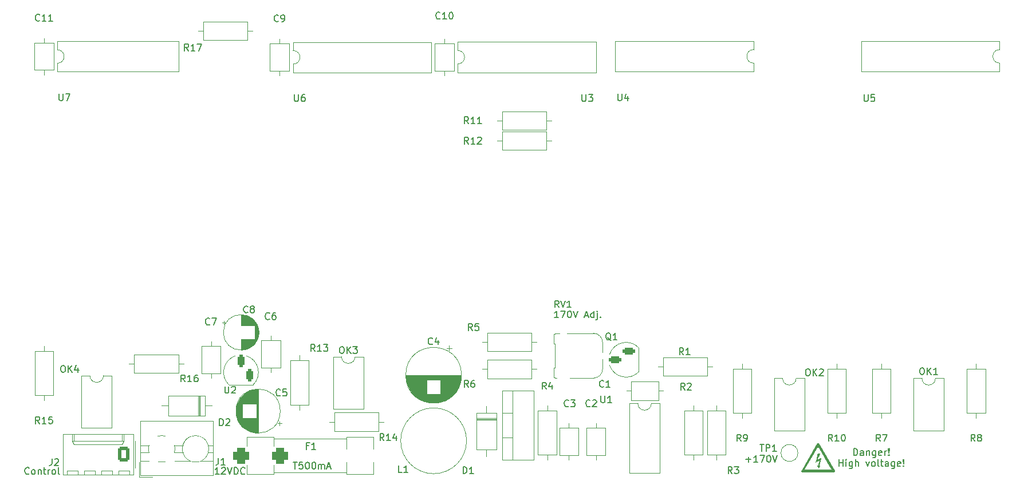
<source format=gto>
G04 #@! TF.GenerationSoftware,KiCad,Pcbnew,8.0.6*
G04 #@! TF.CreationDate,2025-12-06T11:12:07+01:00*
G04 #@! TF.ProjectId,lpt_nixie_clock,6c70745f-6e69-4786-9965-5f636c6f636b,rev?*
G04 #@! TF.SameCoordinates,Original*
G04 #@! TF.FileFunction,Legend,Top*
G04 #@! TF.FilePolarity,Positive*
%FSLAX46Y46*%
G04 Gerber Fmt 4.6, Leading zero omitted, Abs format (unit mm)*
G04 Created by KiCad (PCBNEW 8.0.6) date 2025-12-06 11:12:07*
%MOMM*%
%LPD*%
G01*
G04 APERTURE LIST*
G04 Aperture macros list*
%AMRoundRect*
0 Rectangle with rounded corners*
0 $1 Rounding radius*
0 $2 $3 $4 $5 $6 $7 $8 $9 X,Y pos of 4 corners*
0 Add a 4 corners polygon primitive as box body*
4,1,4,$2,$3,$4,$5,$6,$7,$8,$9,$2,$3,0*
0 Add four circle primitives for the rounded corners*
1,1,$1+$1,$2,$3*
1,1,$1+$1,$4,$5*
1,1,$1+$1,$6,$7*
1,1,$1+$1,$8,$9*
0 Add four rect primitives between the rounded corners*
20,1,$1+$1,$2,$3,$4,$5,0*
20,1,$1+$1,$4,$5,$6,$7,0*
20,1,$1+$1,$6,$7,$8,$9,0*
20,1,$1+$1,$8,$9,$2,$3,0*%
G04 Aperture macros list end*
%ADD10C,0.000000*%
%ADD11C,0.150000*%
%ADD12C,0.120000*%
%ADD13R,2.800000X2.800000*%
%ADD14C,2.800000*%
%ADD15C,3.200000*%
%ADD16C,1.600000*%
%ADD17O,1.600000X1.600000*%
%ADD18C,2.600000*%
%ADD19R,2.200000X2.200000*%
%ADD20O,2.200000X2.200000*%
%ADD21R,2.400000X1.600000*%
%ADD22O,2.400000X1.600000*%
%ADD23RoundRect,0.250000X0.620000X0.845000X-0.620000X0.845000X-0.620000X-0.845000X0.620000X-0.845000X0*%
%ADD24O,1.740000X2.190000*%
%ADD25RoundRect,0.575000X-0.575000X-0.575000X0.575000X-0.575000X0.575000X0.575000X-0.575000X0.575000X0*%
%ADD26C,2.300000*%
%ADD27R,1.600000X2.400000*%
%ADD28O,1.600000X2.400000*%
%ADD29R,1.600000X1.600000*%
%ADD30C,2.000000*%
%ADD31R,1.100000X1.800000*%
%ADD32RoundRect,0.275000X-0.275000X-0.625000X0.275000X-0.625000X0.275000X0.625000X-0.275000X0.625000X0*%
%ADD33R,1.800000X1.100000*%
%ADD34RoundRect,0.275000X0.625000X-0.275000X0.625000X0.275000X-0.625000X0.275000X-0.625000X-0.275000X0*%
%ADD35R,1.560000X1.560000*%
%ADD36C,1.560000*%
%ADD37R,2.000000X1.905000*%
%ADD38O,2.000000X1.905000*%
%ADD39R,1.800000X1.800000*%
%ADD40C,1.800000*%
%ADD41C,5.500000*%
G04 APERTURE END LIST*
D10*
G36*
X187952328Y-149477692D02*
G01*
X187906247Y-149581496D01*
X187814180Y-149791240D01*
X187616272Y-150241385D01*
X187588271Y-150305535D01*
X187565728Y-150358190D01*
X187557207Y-150378523D01*
X187550897Y-150393963D01*
X187547079Y-150403838D01*
X187546192Y-150406477D01*
X187546034Y-150407473D01*
X187570591Y-150398305D01*
X187635384Y-150372839D01*
X187846389Y-150288727D01*
X188056618Y-150204520D01*
X188120550Y-150179260D01*
X188144028Y-150170371D01*
X188142524Y-150176683D01*
X188138401Y-150192344D01*
X188132240Y-150215064D01*
X188124625Y-150242549D01*
X187843285Y-151286030D01*
X187840568Y-151296896D01*
X187895284Y-151296896D01*
X187906325Y-151296966D01*
X187916603Y-151297163D01*
X187925898Y-151297469D01*
X187933993Y-151297866D01*
X187940668Y-151298336D01*
X187943406Y-151298593D01*
X187945707Y-151298861D01*
X187947544Y-151299138D01*
X187948890Y-151299421D01*
X187949718Y-151299710D01*
X187949929Y-151299855D01*
X187950000Y-151300000D01*
X187907011Y-151366461D01*
X187812143Y-151508629D01*
X187716548Y-151650287D01*
X187671376Y-151715220D01*
X187670951Y-151714894D01*
X187670268Y-151713799D01*
X187668187Y-151709454D01*
X187665251Y-151702498D01*
X187661578Y-151693246D01*
X187652495Y-151669108D01*
X187641884Y-151639549D01*
X187567377Y-151425342D01*
X187533422Y-151327795D01*
X187523066Y-151297812D01*
X187519258Y-151286419D01*
X187520438Y-151286257D01*
X187523824Y-151286073D01*
X187536284Y-151285691D01*
X187554784Y-151285382D01*
X187577467Y-151285254D01*
X187635287Y-151285254D01*
X187643048Y-151258867D01*
X187804479Y-150697350D01*
X187816970Y-150653664D01*
X187826986Y-150617653D01*
X187830749Y-150603698D01*
X187833510Y-150593066D01*
X187835145Y-150586227D01*
X187835499Y-150584377D01*
X187835523Y-150583650D01*
X187811943Y-150592460D01*
X187748745Y-150617459D01*
X187541765Y-150700455D01*
X187335126Y-150783498D01*
X187271970Y-150808613D01*
X187248395Y-150817647D01*
X187251664Y-150803065D01*
X187269593Y-150738242D01*
X187387708Y-150320936D01*
X187554571Y-149733032D01*
X187633735Y-149454408D01*
X187634385Y-149453780D01*
X187635954Y-149453205D01*
X187642175Y-149452207D01*
X187653052Y-149451400D01*
X187669242Y-149450770D01*
X187720174Y-149449988D01*
X187800211Y-149449752D01*
X187965134Y-149449752D01*
X187952328Y-149477692D01*
G37*
G36*
X187653861Y-147944883D02*
G01*
X187664058Y-147945815D01*
X187674202Y-147947433D01*
X187684230Y-147949723D01*
X187694081Y-147952667D01*
X187703693Y-147956250D01*
X187713003Y-147960456D01*
X187721951Y-147965269D01*
X187730473Y-147970674D01*
X187738507Y-147976653D01*
X187742323Y-147979854D01*
X187745993Y-147983192D01*
X187749511Y-147986667D01*
X187752868Y-147990275D01*
X190113410Y-152039635D01*
X190118310Y-152049456D01*
X190120318Y-152053670D01*
X190122056Y-152057527D01*
X190123544Y-152061110D01*
X190124801Y-152064498D01*
X190125847Y-152067774D01*
X190126701Y-152071018D01*
X190127381Y-152074313D01*
X190127909Y-152077739D01*
X190128302Y-152081377D01*
X190128580Y-152085310D01*
X190128763Y-152089617D01*
X190128870Y-152094381D01*
X190128932Y-152105604D01*
X190128908Y-152110968D01*
X190128832Y-152115887D01*
X190128697Y-152120404D01*
X190128495Y-152124564D01*
X190128221Y-152128413D01*
X190127868Y-152131995D01*
X190127428Y-152135356D01*
X190126895Y-152138540D01*
X190126261Y-152141592D01*
X190125521Y-152144557D01*
X190124668Y-152147480D01*
X190123693Y-152150406D01*
X190122592Y-152153380D01*
X190121356Y-152156446D01*
X190119979Y-152159650D01*
X190118455Y-152163036D01*
X190115610Y-152168818D01*
X190112471Y-152174513D01*
X190109053Y-152180107D01*
X190105370Y-152185586D01*
X190101436Y-152190934D01*
X190097267Y-152196140D01*
X190092878Y-152201187D01*
X190088283Y-152206062D01*
X190083497Y-152210750D01*
X190078535Y-152215238D01*
X190073411Y-152219511D01*
X190068140Y-152223555D01*
X190062738Y-152227355D01*
X190057219Y-152230898D01*
X190051597Y-152234169D01*
X190045888Y-152237155D01*
X190020276Y-152249572D01*
X185274357Y-152249572D01*
X185248745Y-152237155D01*
X185243036Y-152234169D01*
X185237414Y-152230898D01*
X185231895Y-152227355D01*
X185226493Y-152223555D01*
X185221222Y-152219511D01*
X185216098Y-152215238D01*
X185211136Y-152210750D01*
X185206350Y-152206062D01*
X185201755Y-152201187D01*
X185197366Y-152196140D01*
X185193197Y-152190934D01*
X185189264Y-152185586D01*
X185185580Y-152180107D01*
X185182162Y-152174513D01*
X185179023Y-152168818D01*
X185176179Y-152163036D01*
X185173277Y-152156447D01*
X185172042Y-152153382D01*
X185170940Y-152150412D01*
X185169966Y-152147492D01*
X185169112Y-152144578D01*
X185168372Y-152141625D01*
X185167739Y-152138589D01*
X185167205Y-152135425D01*
X185166765Y-152132090D01*
X185166412Y-152128539D01*
X185166138Y-152124728D01*
X185165937Y-152120612D01*
X185165801Y-152116146D01*
X185165701Y-152105992D01*
X185165773Y-152095417D01*
X185165880Y-152090842D01*
X185166053Y-152086662D01*
X185166303Y-152082818D01*
X185166643Y-152079252D01*
X185167085Y-152075905D01*
X185167642Y-152072716D01*
X185168326Y-152069628D01*
X185169150Y-152066580D01*
X185170126Y-152063514D01*
X185171267Y-152060371D01*
X185172586Y-152057092D01*
X185174094Y-152053617D01*
X185175805Y-152049887D01*
X185177731Y-152045843D01*
X185277850Y-151873935D01*
X185660472Y-151873935D01*
X187645376Y-151875099D01*
X189630280Y-151873159D01*
X189331866Y-151350060D01*
X187874717Y-148804803D01*
X187787126Y-148651461D01*
X187715032Y-148525985D01*
X187665931Y-148441256D01*
X187652345Y-148418195D01*
X187647316Y-148410151D01*
X186748968Y-149974014D01*
X185756322Y-151705519D01*
X185688606Y-151823924D01*
X185668027Y-151860225D01*
X185660472Y-151873935D01*
X185277850Y-151873935D01*
X187537885Y-147993379D01*
X187541056Y-147990111D01*
X187544445Y-147986866D01*
X187548032Y-147983656D01*
X187551800Y-147980494D01*
X187555730Y-147977394D01*
X187559802Y-147974368D01*
X187563998Y-147971430D01*
X187568299Y-147968592D01*
X187572686Y-147965868D01*
X187577141Y-147963270D01*
X187581645Y-147960813D01*
X187586180Y-147958508D01*
X187590725Y-147956370D01*
X187595263Y-147954410D01*
X187599775Y-147952643D01*
X187604242Y-147951081D01*
X187608974Y-147949614D01*
X187613777Y-147948340D01*
X187623569Y-147946367D01*
X187633554Y-147945143D01*
X187643673Y-147944654D01*
X187653861Y-147944883D01*
G37*
D11*
X149260588Y-129369819D02*
X148689160Y-129369819D01*
X148974874Y-129369819D02*
X148974874Y-128369819D01*
X148974874Y-128369819D02*
X148879636Y-128512676D01*
X148879636Y-128512676D02*
X148784398Y-128607914D01*
X148784398Y-128607914D02*
X148689160Y-128655533D01*
X149593922Y-128369819D02*
X150260588Y-128369819D01*
X150260588Y-128369819D02*
X149832017Y-129369819D01*
X150832017Y-128369819D02*
X150927255Y-128369819D01*
X150927255Y-128369819D02*
X151022493Y-128417438D01*
X151022493Y-128417438D02*
X151070112Y-128465057D01*
X151070112Y-128465057D02*
X151117731Y-128560295D01*
X151117731Y-128560295D02*
X151165350Y-128750771D01*
X151165350Y-128750771D02*
X151165350Y-128988866D01*
X151165350Y-128988866D02*
X151117731Y-129179342D01*
X151117731Y-129179342D02*
X151070112Y-129274580D01*
X151070112Y-129274580D02*
X151022493Y-129322200D01*
X151022493Y-129322200D02*
X150927255Y-129369819D01*
X150927255Y-129369819D02*
X150832017Y-129369819D01*
X150832017Y-129369819D02*
X150736779Y-129322200D01*
X150736779Y-129322200D02*
X150689160Y-129274580D01*
X150689160Y-129274580D02*
X150641541Y-129179342D01*
X150641541Y-129179342D02*
X150593922Y-128988866D01*
X150593922Y-128988866D02*
X150593922Y-128750771D01*
X150593922Y-128750771D02*
X150641541Y-128560295D01*
X150641541Y-128560295D02*
X150689160Y-128465057D01*
X150689160Y-128465057D02*
X150736779Y-128417438D01*
X150736779Y-128417438D02*
X150832017Y-128369819D01*
X151451065Y-128369819D02*
X151784398Y-129369819D01*
X151784398Y-129369819D02*
X152117731Y-128369819D01*
X153165351Y-129084104D02*
X153641541Y-129084104D01*
X153070113Y-129369819D02*
X153403446Y-128369819D01*
X153403446Y-128369819D02*
X153736779Y-129369819D01*
X154498684Y-129369819D02*
X154498684Y-128369819D01*
X154498684Y-129322200D02*
X154403446Y-129369819D01*
X154403446Y-129369819D02*
X154212970Y-129369819D01*
X154212970Y-129369819D02*
X154117732Y-129322200D01*
X154117732Y-129322200D02*
X154070113Y-129274580D01*
X154070113Y-129274580D02*
X154022494Y-129179342D01*
X154022494Y-129179342D02*
X154022494Y-128893628D01*
X154022494Y-128893628D02*
X154070113Y-128798390D01*
X154070113Y-128798390D02*
X154117732Y-128750771D01*
X154117732Y-128750771D02*
X154212970Y-128703152D01*
X154212970Y-128703152D02*
X154403446Y-128703152D01*
X154403446Y-128703152D02*
X154498684Y-128750771D01*
X154974875Y-128703152D02*
X154974875Y-129560295D01*
X154974875Y-129560295D02*
X154927256Y-129655533D01*
X154927256Y-129655533D02*
X154832018Y-129703152D01*
X154832018Y-129703152D02*
X154784399Y-129703152D01*
X154974875Y-128369819D02*
X154927256Y-128417438D01*
X154927256Y-128417438D02*
X154974875Y-128465057D01*
X154974875Y-128465057D02*
X155022494Y-128417438D01*
X155022494Y-128417438D02*
X154974875Y-128369819D01*
X154974875Y-128369819D02*
X154974875Y-128465057D01*
X155451065Y-129274580D02*
X155498684Y-129322200D01*
X155498684Y-129322200D02*
X155451065Y-129369819D01*
X155451065Y-129369819D02*
X155403446Y-129322200D01*
X155403446Y-129322200D02*
X155451065Y-129274580D01*
X155451065Y-129274580D02*
X155451065Y-129369819D01*
X192904762Y-149759875D02*
X192904762Y-148759875D01*
X192904762Y-148759875D02*
X193142857Y-148759875D01*
X193142857Y-148759875D02*
X193285714Y-148807494D01*
X193285714Y-148807494D02*
X193380952Y-148902732D01*
X193380952Y-148902732D02*
X193428571Y-148997970D01*
X193428571Y-148997970D02*
X193476190Y-149188446D01*
X193476190Y-149188446D02*
X193476190Y-149331303D01*
X193476190Y-149331303D02*
X193428571Y-149521779D01*
X193428571Y-149521779D02*
X193380952Y-149617017D01*
X193380952Y-149617017D02*
X193285714Y-149712256D01*
X193285714Y-149712256D02*
X193142857Y-149759875D01*
X193142857Y-149759875D02*
X192904762Y-149759875D01*
X194333333Y-149759875D02*
X194333333Y-149236065D01*
X194333333Y-149236065D02*
X194285714Y-149140827D01*
X194285714Y-149140827D02*
X194190476Y-149093208D01*
X194190476Y-149093208D02*
X194000000Y-149093208D01*
X194000000Y-149093208D02*
X193904762Y-149140827D01*
X194333333Y-149712256D02*
X194238095Y-149759875D01*
X194238095Y-149759875D02*
X194000000Y-149759875D01*
X194000000Y-149759875D02*
X193904762Y-149712256D01*
X193904762Y-149712256D02*
X193857143Y-149617017D01*
X193857143Y-149617017D02*
X193857143Y-149521779D01*
X193857143Y-149521779D02*
X193904762Y-149426541D01*
X193904762Y-149426541D02*
X194000000Y-149378922D01*
X194000000Y-149378922D02*
X194238095Y-149378922D01*
X194238095Y-149378922D02*
X194333333Y-149331303D01*
X194809524Y-149093208D02*
X194809524Y-149759875D01*
X194809524Y-149188446D02*
X194857143Y-149140827D01*
X194857143Y-149140827D02*
X194952381Y-149093208D01*
X194952381Y-149093208D02*
X195095238Y-149093208D01*
X195095238Y-149093208D02*
X195190476Y-149140827D01*
X195190476Y-149140827D02*
X195238095Y-149236065D01*
X195238095Y-149236065D02*
X195238095Y-149759875D01*
X196142857Y-149093208D02*
X196142857Y-149902732D01*
X196142857Y-149902732D02*
X196095238Y-149997970D01*
X196095238Y-149997970D02*
X196047619Y-150045589D01*
X196047619Y-150045589D02*
X195952381Y-150093208D01*
X195952381Y-150093208D02*
X195809524Y-150093208D01*
X195809524Y-150093208D02*
X195714286Y-150045589D01*
X196142857Y-149712256D02*
X196047619Y-149759875D01*
X196047619Y-149759875D02*
X195857143Y-149759875D01*
X195857143Y-149759875D02*
X195761905Y-149712256D01*
X195761905Y-149712256D02*
X195714286Y-149664636D01*
X195714286Y-149664636D02*
X195666667Y-149569398D01*
X195666667Y-149569398D02*
X195666667Y-149283684D01*
X195666667Y-149283684D02*
X195714286Y-149188446D01*
X195714286Y-149188446D02*
X195761905Y-149140827D01*
X195761905Y-149140827D02*
X195857143Y-149093208D01*
X195857143Y-149093208D02*
X196047619Y-149093208D01*
X196047619Y-149093208D02*
X196142857Y-149140827D01*
X197000000Y-149712256D02*
X196904762Y-149759875D01*
X196904762Y-149759875D02*
X196714286Y-149759875D01*
X196714286Y-149759875D02*
X196619048Y-149712256D01*
X196619048Y-149712256D02*
X196571429Y-149617017D01*
X196571429Y-149617017D02*
X196571429Y-149236065D01*
X196571429Y-149236065D02*
X196619048Y-149140827D01*
X196619048Y-149140827D02*
X196714286Y-149093208D01*
X196714286Y-149093208D02*
X196904762Y-149093208D01*
X196904762Y-149093208D02*
X197000000Y-149140827D01*
X197000000Y-149140827D02*
X197047619Y-149236065D01*
X197047619Y-149236065D02*
X197047619Y-149331303D01*
X197047619Y-149331303D02*
X196571429Y-149426541D01*
X197476191Y-149759875D02*
X197476191Y-149093208D01*
X197476191Y-149283684D02*
X197523810Y-149188446D01*
X197523810Y-149188446D02*
X197571429Y-149140827D01*
X197571429Y-149140827D02*
X197666667Y-149093208D01*
X197666667Y-149093208D02*
X197761905Y-149093208D01*
X198095239Y-149664636D02*
X198142858Y-149712256D01*
X198142858Y-149712256D02*
X198095239Y-149759875D01*
X198095239Y-149759875D02*
X198047620Y-149712256D01*
X198047620Y-149712256D02*
X198095239Y-149664636D01*
X198095239Y-149664636D02*
X198095239Y-149759875D01*
X198095239Y-149378922D02*
X198047620Y-148807494D01*
X198047620Y-148807494D02*
X198095239Y-148759875D01*
X198095239Y-148759875D02*
X198142858Y-148807494D01*
X198142858Y-148807494D02*
X198095239Y-149378922D01*
X198095239Y-149378922D02*
X198095239Y-148759875D01*
X190738095Y-151369819D02*
X190738095Y-150369819D01*
X190738095Y-150846009D02*
X191309523Y-150846009D01*
X191309523Y-151369819D02*
X191309523Y-150369819D01*
X191785714Y-151369819D02*
X191785714Y-150703152D01*
X191785714Y-150369819D02*
X191738095Y-150417438D01*
X191738095Y-150417438D02*
X191785714Y-150465057D01*
X191785714Y-150465057D02*
X191833333Y-150417438D01*
X191833333Y-150417438D02*
X191785714Y-150369819D01*
X191785714Y-150369819D02*
X191785714Y-150465057D01*
X192690475Y-150703152D02*
X192690475Y-151512676D01*
X192690475Y-151512676D02*
X192642856Y-151607914D01*
X192642856Y-151607914D02*
X192595237Y-151655533D01*
X192595237Y-151655533D02*
X192499999Y-151703152D01*
X192499999Y-151703152D02*
X192357142Y-151703152D01*
X192357142Y-151703152D02*
X192261904Y-151655533D01*
X192690475Y-151322200D02*
X192595237Y-151369819D01*
X192595237Y-151369819D02*
X192404761Y-151369819D01*
X192404761Y-151369819D02*
X192309523Y-151322200D01*
X192309523Y-151322200D02*
X192261904Y-151274580D01*
X192261904Y-151274580D02*
X192214285Y-151179342D01*
X192214285Y-151179342D02*
X192214285Y-150893628D01*
X192214285Y-150893628D02*
X192261904Y-150798390D01*
X192261904Y-150798390D02*
X192309523Y-150750771D01*
X192309523Y-150750771D02*
X192404761Y-150703152D01*
X192404761Y-150703152D02*
X192595237Y-150703152D01*
X192595237Y-150703152D02*
X192690475Y-150750771D01*
X193166666Y-151369819D02*
X193166666Y-150369819D01*
X193595237Y-151369819D02*
X193595237Y-150846009D01*
X193595237Y-150846009D02*
X193547618Y-150750771D01*
X193547618Y-150750771D02*
X193452380Y-150703152D01*
X193452380Y-150703152D02*
X193309523Y-150703152D01*
X193309523Y-150703152D02*
X193214285Y-150750771D01*
X193214285Y-150750771D02*
X193166666Y-150798390D01*
X194738095Y-150703152D02*
X194976190Y-151369819D01*
X194976190Y-151369819D02*
X195214285Y-150703152D01*
X195738095Y-151369819D02*
X195642857Y-151322200D01*
X195642857Y-151322200D02*
X195595238Y-151274580D01*
X195595238Y-151274580D02*
X195547619Y-151179342D01*
X195547619Y-151179342D02*
X195547619Y-150893628D01*
X195547619Y-150893628D02*
X195595238Y-150798390D01*
X195595238Y-150798390D02*
X195642857Y-150750771D01*
X195642857Y-150750771D02*
X195738095Y-150703152D01*
X195738095Y-150703152D02*
X195880952Y-150703152D01*
X195880952Y-150703152D02*
X195976190Y-150750771D01*
X195976190Y-150750771D02*
X196023809Y-150798390D01*
X196023809Y-150798390D02*
X196071428Y-150893628D01*
X196071428Y-150893628D02*
X196071428Y-151179342D01*
X196071428Y-151179342D02*
X196023809Y-151274580D01*
X196023809Y-151274580D02*
X195976190Y-151322200D01*
X195976190Y-151322200D02*
X195880952Y-151369819D01*
X195880952Y-151369819D02*
X195738095Y-151369819D01*
X196642857Y-151369819D02*
X196547619Y-151322200D01*
X196547619Y-151322200D02*
X196500000Y-151226961D01*
X196500000Y-151226961D02*
X196500000Y-150369819D01*
X196880953Y-150703152D02*
X197261905Y-150703152D01*
X197023810Y-150369819D02*
X197023810Y-151226961D01*
X197023810Y-151226961D02*
X197071429Y-151322200D01*
X197071429Y-151322200D02*
X197166667Y-151369819D01*
X197166667Y-151369819D02*
X197261905Y-151369819D01*
X198023810Y-151369819D02*
X198023810Y-150846009D01*
X198023810Y-150846009D02*
X197976191Y-150750771D01*
X197976191Y-150750771D02*
X197880953Y-150703152D01*
X197880953Y-150703152D02*
X197690477Y-150703152D01*
X197690477Y-150703152D02*
X197595239Y-150750771D01*
X198023810Y-151322200D02*
X197928572Y-151369819D01*
X197928572Y-151369819D02*
X197690477Y-151369819D01*
X197690477Y-151369819D02*
X197595239Y-151322200D01*
X197595239Y-151322200D02*
X197547620Y-151226961D01*
X197547620Y-151226961D02*
X197547620Y-151131723D01*
X197547620Y-151131723D02*
X197595239Y-151036485D01*
X197595239Y-151036485D02*
X197690477Y-150988866D01*
X197690477Y-150988866D02*
X197928572Y-150988866D01*
X197928572Y-150988866D02*
X198023810Y-150941247D01*
X198928572Y-150703152D02*
X198928572Y-151512676D01*
X198928572Y-151512676D02*
X198880953Y-151607914D01*
X198880953Y-151607914D02*
X198833334Y-151655533D01*
X198833334Y-151655533D02*
X198738096Y-151703152D01*
X198738096Y-151703152D02*
X198595239Y-151703152D01*
X198595239Y-151703152D02*
X198500001Y-151655533D01*
X198928572Y-151322200D02*
X198833334Y-151369819D01*
X198833334Y-151369819D02*
X198642858Y-151369819D01*
X198642858Y-151369819D02*
X198547620Y-151322200D01*
X198547620Y-151322200D02*
X198500001Y-151274580D01*
X198500001Y-151274580D02*
X198452382Y-151179342D01*
X198452382Y-151179342D02*
X198452382Y-150893628D01*
X198452382Y-150893628D02*
X198500001Y-150798390D01*
X198500001Y-150798390D02*
X198547620Y-150750771D01*
X198547620Y-150750771D02*
X198642858Y-150703152D01*
X198642858Y-150703152D02*
X198833334Y-150703152D01*
X198833334Y-150703152D02*
X198928572Y-150750771D01*
X199785715Y-151322200D02*
X199690477Y-151369819D01*
X199690477Y-151369819D02*
X199500001Y-151369819D01*
X199500001Y-151369819D02*
X199404763Y-151322200D01*
X199404763Y-151322200D02*
X199357144Y-151226961D01*
X199357144Y-151226961D02*
X199357144Y-150846009D01*
X199357144Y-150846009D02*
X199404763Y-150750771D01*
X199404763Y-150750771D02*
X199500001Y-150703152D01*
X199500001Y-150703152D02*
X199690477Y-150703152D01*
X199690477Y-150703152D02*
X199785715Y-150750771D01*
X199785715Y-150750771D02*
X199833334Y-150846009D01*
X199833334Y-150846009D02*
X199833334Y-150941247D01*
X199833334Y-150941247D02*
X199357144Y-151036485D01*
X200261906Y-151274580D02*
X200309525Y-151322200D01*
X200309525Y-151322200D02*
X200261906Y-151369819D01*
X200261906Y-151369819D02*
X200214287Y-151322200D01*
X200214287Y-151322200D02*
X200261906Y-151274580D01*
X200261906Y-151274580D02*
X200261906Y-151369819D01*
X200261906Y-150988866D02*
X200214287Y-150417438D01*
X200214287Y-150417438D02*
X200261906Y-150369819D01*
X200261906Y-150369819D02*
X200309525Y-150417438D01*
X200309525Y-150417438D02*
X200261906Y-150988866D01*
X200261906Y-150988866D02*
X200261906Y-150369819D01*
X98966666Y-150154819D02*
X98966666Y-150869104D01*
X98966666Y-150869104D02*
X98919047Y-151011961D01*
X98919047Y-151011961D02*
X98823809Y-151107200D01*
X98823809Y-151107200D02*
X98680952Y-151154819D01*
X98680952Y-151154819D02*
X98585714Y-151154819D01*
X99966666Y-151154819D02*
X99395238Y-151154819D01*
X99680952Y-151154819D02*
X99680952Y-150154819D01*
X99680952Y-150154819D02*
X99585714Y-150297676D01*
X99585714Y-150297676D02*
X99490476Y-150392914D01*
X99490476Y-150392914D02*
X99395238Y-150440533D01*
X99080952Y-152554819D02*
X98509524Y-152554819D01*
X98795238Y-152554819D02*
X98795238Y-151554819D01*
X98795238Y-151554819D02*
X98700000Y-151697676D01*
X98700000Y-151697676D02*
X98604762Y-151792914D01*
X98604762Y-151792914D02*
X98509524Y-151840533D01*
X99461905Y-151650057D02*
X99509524Y-151602438D01*
X99509524Y-151602438D02*
X99604762Y-151554819D01*
X99604762Y-151554819D02*
X99842857Y-151554819D01*
X99842857Y-151554819D02*
X99938095Y-151602438D01*
X99938095Y-151602438D02*
X99985714Y-151650057D01*
X99985714Y-151650057D02*
X100033333Y-151745295D01*
X100033333Y-151745295D02*
X100033333Y-151840533D01*
X100033333Y-151840533D02*
X99985714Y-151983390D01*
X99985714Y-151983390D02*
X99414286Y-152554819D01*
X99414286Y-152554819D02*
X100033333Y-152554819D01*
X100319048Y-151554819D02*
X100652381Y-152554819D01*
X100652381Y-152554819D02*
X100985714Y-151554819D01*
X101319048Y-152554819D02*
X101319048Y-151554819D01*
X101319048Y-151554819D02*
X101557143Y-151554819D01*
X101557143Y-151554819D02*
X101700000Y-151602438D01*
X101700000Y-151602438D02*
X101795238Y-151697676D01*
X101795238Y-151697676D02*
X101842857Y-151792914D01*
X101842857Y-151792914D02*
X101890476Y-151983390D01*
X101890476Y-151983390D02*
X101890476Y-152126247D01*
X101890476Y-152126247D02*
X101842857Y-152316723D01*
X101842857Y-152316723D02*
X101795238Y-152411961D01*
X101795238Y-152411961D02*
X101700000Y-152507200D01*
X101700000Y-152507200D02*
X101557143Y-152554819D01*
X101557143Y-152554819D02*
X101319048Y-152554819D01*
X102890476Y-152459580D02*
X102842857Y-152507200D01*
X102842857Y-152507200D02*
X102700000Y-152554819D01*
X102700000Y-152554819D02*
X102604762Y-152554819D01*
X102604762Y-152554819D02*
X102461905Y-152507200D01*
X102461905Y-152507200D02*
X102366667Y-152411961D01*
X102366667Y-152411961D02*
X102319048Y-152316723D01*
X102319048Y-152316723D02*
X102271429Y-152126247D01*
X102271429Y-152126247D02*
X102271429Y-151983390D01*
X102271429Y-151983390D02*
X102319048Y-151792914D01*
X102319048Y-151792914D02*
X102366667Y-151697676D01*
X102366667Y-151697676D02*
X102461905Y-151602438D01*
X102461905Y-151602438D02*
X102604762Y-151554819D01*
X102604762Y-151554819D02*
X102700000Y-151554819D01*
X102700000Y-151554819D02*
X102842857Y-151602438D01*
X102842857Y-151602438D02*
X102890476Y-151650057D01*
X147433333Y-139954819D02*
X147100000Y-139478628D01*
X146861905Y-139954819D02*
X146861905Y-138954819D01*
X146861905Y-138954819D02*
X147242857Y-138954819D01*
X147242857Y-138954819D02*
X147338095Y-139002438D01*
X147338095Y-139002438D02*
X147385714Y-139050057D01*
X147385714Y-139050057D02*
X147433333Y-139145295D01*
X147433333Y-139145295D02*
X147433333Y-139288152D01*
X147433333Y-139288152D02*
X147385714Y-139383390D01*
X147385714Y-139383390D02*
X147338095Y-139431009D01*
X147338095Y-139431009D02*
X147242857Y-139478628D01*
X147242857Y-139478628D02*
X146861905Y-139478628D01*
X148290476Y-139288152D02*
X148290476Y-139954819D01*
X148052381Y-138907200D02*
X147814286Y-139621485D01*
X147814286Y-139621485D02*
X148433333Y-139621485D01*
X196833333Y-147654819D02*
X196500000Y-147178628D01*
X196261905Y-147654819D02*
X196261905Y-146654819D01*
X196261905Y-146654819D02*
X196642857Y-146654819D01*
X196642857Y-146654819D02*
X196738095Y-146702438D01*
X196738095Y-146702438D02*
X196785714Y-146750057D01*
X196785714Y-146750057D02*
X196833333Y-146845295D01*
X196833333Y-146845295D02*
X196833333Y-146988152D01*
X196833333Y-146988152D02*
X196785714Y-147083390D01*
X196785714Y-147083390D02*
X196738095Y-147131009D01*
X196738095Y-147131009D02*
X196642857Y-147178628D01*
X196642857Y-147178628D02*
X196261905Y-147178628D01*
X197166667Y-146654819D02*
X197833333Y-146654819D01*
X197833333Y-146654819D02*
X197404762Y-147654819D01*
X126133333Y-152254819D02*
X125657143Y-152254819D01*
X125657143Y-152254819D02*
X125657143Y-151254819D01*
X126990476Y-152254819D02*
X126419048Y-152254819D01*
X126704762Y-152254819D02*
X126704762Y-151254819D01*
X126704762Y-151254819D02*
X126609524Y-151397676D01*
X126609524Y-151397676D02*
X126514286Y-151492914D01*
X126514286Y-151492914D02*
X126419048Y-151540533D01*
X97703333Y-130359580D02*
X97655714Y-130407200D01*
X97655714Y-130407200D02*
X97512857Y-130454819D01*
X97512857Y-130454819D02*
X97417619Y-130454819D01*
X97417619Y-130454819D02*
X97274762Y-130407200D01*
X97274762Y-130407200D02*
X97179524Y-130311961D01*
X97179524Y-130311961D02*
X97131905Y-130216723D01*
X97131905Y-130216723D02*
X97084286Y-130026247D01*
X97084286Y-130026247D02*
X97084286Y-129883390D01*
X97084286Y-129883390D02*
X97131905Y-129692914D01*
X97131905Y-129692914D02*
X97179524Y-129597676D01*
X97179524Y-129597676D02*
X97274762Y-129502438D01*
X97274762Y-129502438D02*
X97417619Y-129454819D01*
X97417619Y-129454819D02*
X97512857Y-129454819D01*
X97512857Y-129454819D02*
X97655714Y-129502438D01*
X97655714Y-129502438D02*
X97703333Y-129550057D01*
X98036667Y-129454819D02*
X98703333Y-129454819D01*
X98703333Y-129454819D02*
X98274762Y-130454819D01*
X176233333Y-147654819D02*
X175900000Y-147178628D01*
X175661905Y-147654819D02*
X175661905Y-146654819D01*
X175661905Y-146654819D02*
X176042857Y-146654819D01*
X176042857Y-146654819D02*
X176138095Y-146702438D01*
X176138095Y-146702438D02*
X176185714Y-146750057D01*
X176185714Y-146750057D02*
X176233333Y-146845295D01*
X176233333Y-146845295D02*
X176233333Y-146988152D01*
X176233333Y-146988152D02*
X176185714Y-147083390D01*
X176185714Y-147083390D02*
X176138095Y-147131009D01*
X176138095Y-147131009D02*
X176042857Y-147178628D01*
X176042857Y-147178628D02*
X175661905Y-147178628D01*
X176709524Y-147654819D02*
X176900000Y-147654819D01*
X176900000Y-147654819D02*
X176995238Y-147607200D01*
X176995238Y-147607200D02*
X177042857Y-147559580D01*
X177042857Y-147559580D02*
X177138095Y-147416723D01*
X177138095Y-147416723D02*
X177185714Y-147226247D01*
X177185714Y-147226247D02*
X177185714Y-146845295D01*
X177185714Y-146845295D02*
X177138095Y-146750057D01*
X177138095Y-146750057D02*
X177090476Y-146702438D01*
X177090476Y-146702438D02*
X176995238Y-146654819D01*
X176995238Y-146654819D02*
X176804762Y-146654819D01*
X176804762Y-146654819D02*
X176709524Y-146702438D01*
X176709524Y-146702438D02*
X176661905Y-146750057D01*
X176661905Y-146750057D02*
X176614286Y-146845295D01*
X176614286Y-146845295D02*
X176614286Y-147083390D01*
X176614286Y-147083390D02*
X176661905Y-147178628D01*
X176661905Y-147178628D02*
X176709524Y-147226247D01*
X176709524Y-147226247D02*
X176804762Y-147273866D01*
X176804762Y-147273866D02*
X176995238Y-147273866D01*
X176995238Y-147273866D02*
X177090476Y-147226247D01*
X177090476Y-147226247D02*
X177138095Y-147178628D01*
X177138095Y-147178628D02*
X177185714Y-147083390D01*
X99161905Y-145354819D02*
X99161905Y-144354819D01*
X99161905Y-144354819D02*
X99400000Y-144354819D01*
X99400000Y-144354819D02*
X99542857Y-144402438D01*
X99542857Y-144402438D02*
X99638095Y-144497676D01*
X99638095Y-144497676D02*
X99685714Y-144592914D01*
X99685714Y-144592914D02*
X99733333Y-144783390D01*
X99733333Y-144783390D02*
X99733333Y-144926247D01*
X99733333Y-144926247D02*
X99685714Y-145116723D01*
X99685714Y-145116723D02*
X99638095Y-145211961D01*
X99638095Y-145211961D02*
X99542857Y-145307200D01*
X99542857Y-145307200D02*
X99400000Y-145354819D01*
X99400000Y-145354819D02*
X99161905Y-145354819D01*
X100114286Y-144450057D02*
X100161905Y-144402438D01*
X100161905Y-144402438D02*
X100257143Y-144354819D01*
X100257143Y-144354819D02*
X100495238Y-144354819D01*
X100495238Y-144354819D02*
X100590476Y-144402438D01*
X100590476Y-144402438D02*
X100638095Y-144450057D01*
X100638095Y-144450057D02*
X100685714Y-144545295D01*
X100685714Y-144545295D02*
X100685714Y-144640533D01*
X100685714Y-144640533D02*
X100638095Y-144783390D01*
X100638095Y-144783390D02*
X100066667Y-145354819D01*
X100066667Y-145354819D02*
X100685714Y-145354819D01*
X94057142Y-138854819D02*
X93723809Y-138378628D01*
X93485714Y-138854819D02*
X93485714Y-137854819D01*
X93485714Y-137854819D02*
X93866666Y-137854819D01*
X93866666Y-137854819D02*
X93961904Y-137902438D01*
X93961904Y-137902438D02*
X94009523Y-137950057D01*
X94009523Y-137950057D02*
X94057142Y-138045295D01*
X94057142Y-138045295D02*
X94057142Y-138188152D01*
X94057142Y-138188152D02*
X94009523Y-138283390D01*
X94009523Y-138283390D02*
X93961904Y-138331009D01*
X93961904Y-138331009D02*
X93866666Y-138378628D01*
X93866666Y-138378628D02*
X93485714Y-138378628D01*
X95009523Y-138854819D02*
X94438095Y-138854819D01*
X94723809Y-138854819D02*
X94723809Y-137854819D01*
X94723809Y-137854819D02*
X94628571Y-137997676D01*
X94628571Y-137997676D02*
X94533333Y-138092914D01*
X94533333Y-138092914D02*
X94438095Y-138140533D01*
X95866666Y-137854819D02*
X95676190Y-137854819D01*
X95676190Y-137854819D02*
X95580952Y-137902438D01*
X95580952Y-137902438D02*
X95533333Y-137950057D01*
X95533333Y-137950057D02*
X95438095Y-138092914D01*
X95438095Y-138092914D02*
X95390476Y-138283390D01*
X95390476Y-138283390D02*
X95390476Y-138664342D01*
X95390476Y-138664342D02*
X95438095Y-138759580D01*
X95438095Y-138759580D02*
X95485714Y-138807200D01*
X95485714Y-138807200D02*
X95580952Y-138854819D01*
X95580952Y-138854819D02*
X95771428Y-138854819D01*
X95771428Y-138854819D02*
X95866666Y-138807200D01*
X95866666Y-138807200D02*
X95914285Y-138759580D01*
X95914285Y-138759580D02*
X95961904Y-138664342D01*
X95961904Y-138664342D02*
X95961904Y-138426247D01*
X95961904Y-138426247D02*
X95914285Y-138331009D01*
X95914285Y-138331009D02*
X95866666Y-138283390D01*
X95866666Y-138283390D02*
X95771428Y-138235771D01*
X95771428Y-138235771D02*
X95580952Y-138235771D01*
X95580952Y-138235771D02*
X95485714Y-138283390D01*
X95485714Y-138283390D02*
X95438095Y-138331009D01*
X95438095Y-138331009D02*
X95390476Y-138426247D01*
X155933333Y-139559580D02*
X155885714Y-139607200D01*
X155885714Y-139607200D02*
X155742857Y-139654819D01*
X155742857Y-139654819D02*
X155647619Y-139654819D01*
X155647619Y-139654819D02*
X155504762Y-139607200D01*
X155504762Y-139607200D02*
X155409524Y-139511961D01*
X155409524Y-139511961D02*
X155361905Y-139416723D01*
X155361905Y-139416723D02*
X155314286Y-139226247D01*
X155314286Y-139226247D02*
X155314286Y-139083390D01*
X155314286Y-139083390D02*
X155361905Y-138892914D01*
X155361905Y-138892914D02*
X155409524Y-138797676D01*
X155409524Y-138797676D02*
X155504762Y-138702438D01*
X155504762Y-138702438D02*
X155647619Y-138654819D01*
X155647619Y-138654819D02*
X155742857Y-138654819D01*
X155742857Y-138654819D02*
X155885714Y-138702438D01*
X155885714Y-138702438D02*
X155933333Y-138750057D01*
X156885714Y-139654819D02*
X156314286Y-139654819D01*
X156600000Y-139654819D02*
X156600000Y-138654819D01*
X156600000Y-138654819D02*
X156504762Y-138797676D01*
X156504762Y-138797676D02*
X156409524Y-138892914D01*
X156409524Y-138892914D02*
X156314286Y-138940533D01*
X117128571Y-133654819D02*
X117319047Y-133654819D01*
X117319047Y-133654819D02*
X117414285Y-133702438D01*
X117414285Y-133702438D02*
X117509523Y-133797676D01*
X117509523Y-133797676D02*
X117557142Y-133988152D01*
X117557142Y-133988152D02*
X117557142Y-134321485D01*
X117557142Y-134321485D02*
X117509523Y-134511961D01*
X117509523Y-134511961D02*
X117414285Y-134607200D01*
X117414285Y-134607200D02*
X117319047Y-134654819D01*
X117319047Y-134654819D02*
X117128571Y-134654819D01*
X117128571Y-134654819D02*
X117033333Y-134607200D01*
X117033333Y-134607200D02*
X116938095Y-134511961D01*
X116938095Y-134511961D02*
X116890476Y-134321485D01*
X116890476Y-134321485D02*
X116890476Y-133988152D01*
X116890476Y-133988152D02*
X116938095Y-133797676D01*
X116938095Y-133797676D02*
X117033333Y-133702438D01*
X117033333Y-133702438D02*
X117128571Y-133654819D01*
X117985714Y-134654819D02*
X117985714Y-133654819D01*
X118557142Y-134654819D02*
X118128571Y-134083390D01*
X118557142Y-133654819D02*
X117985714Y-134226247D01*
X118890476Y-133654819D02*
X119509523Y-133654819D01*
X119509523Y-133654819D02*
X119176190Y-134035771D01*
X119176190Y-134035771D02*
X119319047Y-134035771D01*
X119319047Y-134035771D02*
X119414285Y-134083390D01*
X119414285Y-134083390D02*
X119461904Y-134131009D01*
X119461904Y-134131009D02*
X119509523Y-134226247D01*
X119509523Y-134226247D02*
X119509523Y-134464342D01*
X119509523Y-134464342D02*
X119461904Y-134559580D01*
X119461904Y-134559580D02*
X119414285Y-134607200D01*
X119414285Y-134607200D02*
X119319047Y-134654819D01*
X119319047Y-134654819D02*
X119033333Y-134654819D01*
X119033333Y-134654819D02*
X118938095Y-134607200D01*
X118938095Y-134607200D02*
X118890476Y-134559580D01*
X74366666Y-150254819D02*
X74366666Y-150969104D01*
X74366666Y-150969104D02*
X74319047Y-151111961D01*
X74319047Y-151111961D02*
X74223809Y-151207200D01*
X74223809Y-151207200D02*
X74080952Y-151254819D01*
X74080952Y-151254819D02*
X73985714Y-151254819D01*
X74795238Y-150350057D02*
X74842857Y-150302438D01*
X74842857Y-150302438D02*
X74938095Y-150254819D01*
X74938095Y-150254819D02*
X75176190Y-150254819D01*
X75176190Y-150254819D02*
X75271428Y-150302438D01*
X75271428Y-150302438D02*
X75319047Y-150350057D01*
X75319047Y-150350057D02*
X75366666Y-150445295D01*
X75366666Y-150445295D02*
X75366666Y-150540533D01*
X75366666Y-150540533D02*
X75319047Y-150683390D01*
X75319047Y-150683390D02*
X74747619Y-151254819D01*
X74747619Y-151254819D02*
X75366666Y-151254819D01*
X70995237Y-152459580D02*
X70947618Y-152507200D01*
X70947618Y-152507200D02*
X70804761Y-152554819D01*
X70804761Y-152554819D02*
X70709523Y-152554819D01*
X70709523Y-152554819D02*
X70566666Y-152507200D01*
X70566666Y-152507200D02*
X70471428Y-152411961D01*
X70471428Y-152411961D02*
X70423809Y-152316723D01*
X70423809Y-152316723D02*
X70376190Y-152126247D01*
X70376190Y-152126247D02*
X70376190Y-151983390D01*
X70376190Y-151983390D02*
X70423809Y-151792914D01*
X70423809Y-151792914D02*
X70471428Y-151697676D01*
X70471428Y-151697676D02*
X70566666Y-151602438D01*
X70566666Y-151602438D02*
X70709523Y-151554819D01*
X70709523Y-151554819D02*
X70804761Y-151554819D01*
X70804761Y-151554819D02*
X70947618Y-151602438D01*
X70947618Y-151602438D02*
X70995237Y-151650057D01*
X71566666Y-152554819D02*
X71471428Y-152507200D01*
X71471428Y-152507200D02*
X71423809Y-152459580D01*
X71423809Y-152459580D02*
X71376190Y-152364342D01*
X71376190Y-152364342D02*
X71376190Y-152078628D01*
X71376190Y-152078628D02*
X71423809Y-151983390D01*
X71423809Y-151983390D02*
X71471428Y-151935771D01*
X71471428Y-151935771D02*
X71566666Y-151888152D01*
X71566666Y-151888152D02*
X71709523Y-151888152D01*
X71709523Y-151888152D02*
X71804761Y-151935771D01*
X71804761Y-151935771D02*
X71852380Y-151983390D01*
X71852380Y-151983390D02*
X71899999Y-152078628D01*
X71899999Y-152078628D02*
X71899999Y-152364342D01*
X71899999Y-152364342D02*
X71852380Y-152459580D01*
X71852380Y-152459580D02*
X71804761Y-152507200D01*
X71804761Y-152507200D02*
X71709523Y-152554819D01*
X71709523Y-152554819D02*
X71566666Y-152554819D01*
X72328571Y-151888152D02*
X72328571Y-152554819D01*
X72328571Y-151983390D02*
X72376190Y-151935771D01*
X72376190Y-151935771D02*
X72471428Y-151888152D01*
X72471428Y-151888152D02*
X72614285Y-151888152D01*
X72614285Y-151888152D02*
X72709523Y-151935771D01*
X72709523Y-151935771D02*
X72757142Y-152031009D01*
X72757142Y-152031009D02*
X72757142Y-152554819D01*
X73090476Y-151888152D02*
X73471428Y-151888152D01*
X73233333Y-151554819D02*
X73233333Y-152411961D01*
X73233333Y-152411961D02*
X73280952Y-152507200D01*
X73280952Y-152507200D02*
X73376190Y-152554819D01*
X73376190Y-152554819D02*
X73471428Y-152554819D01*
X73804762Y-152554819D02*
X73804762Y-151888152D01*
X73804762Y-152078628D02*
X73852381Y-151983390D01*
X73852381Y-151983390D02*
X73900000Y-151935771D01*
X73900000Y-151935771D02*
X73995238Y-151888152D01*
X73995238Y-151888152D02*
X74090476Y-151888152D01*
X74566667Y-152554819D02*
X74471429Y-152507200D01*
X74471429Y-152507200D02*
X74423810Y-152459580D01*
X74423810Y-152459580D02*
X74376191Y-152364342D01*
X74376191Y-152364342D02*
X74376191Y-152078628D01*
X74376191Y-152078628D02*
X74423810Y-151983390D01*
X74423810Y-151983390D02*
X74471429Y-151935771D01*
X74471429Y-151935771D02*
X74566667Y-151888152D01*
X74566667Y-151888152D02*
X74709524Y-151888152D01*
X74709524Y-151888152D02*
X74804762Y-151935771D01*
X74804762Y-151935771D02*
X74852381Y-151983390D01*
X74852381Y-151983390D02*
X74900000Y-152078628D01*
X74900000Y-152078628D02*
X74900000Y-152364342D01*
X74900000Y-152364342D02*
X74852381Y-152459580D01*
X74852381Y-152459580D02*
X74804762Y-152507200D01*
X74804762Y-152507200D02*
X74709524Y-152554819D01*
X74709524Y-152554819D02*
X74566667Y-152554819D01*
X75471429Y-152554819D02*
X75376191Y-152507200D01*
X75376191Y-152507200D02*
X75328572Y-152411961D01*
X75328572Y-152411961D02*
X75328572Y-151554819D01*
X131757142Y-85059580D02*
X131709523Y-85107200D01*
X131709523Y-85107200D02*
X131566666Y-85154819D01*
X131566666Y-85154819D02*
X131471428Y-85154819D01*
X131471428Y-85154819D02*
X131328571Y-85107200D01*
X131328571Y-85107200D02*
X131233333Y-85011961D01*
X131233333Y-85011961D02*
X131185714Y-84916723D01*
X131185714Y-84916723D02*
X131138095Y-84726247D01*
X131138095Y-84726247D02*
X131138095Y-84583390D01*
X131138095Y-84583390D02*
X131185714Y-84392914D01*
X131185714Y-84392914D02*
X131233333Y-84297676D01*
X131233333Y-84297676D02*
X131328571Y-84202438D01*
X131328571Y-84202438D02*
X131471428Y-84154819D01*
X131471428Y-84154819D02*
X131566666Y-84154819D01*
X131566666Y-84154819D02*
X131709523Y-84202438D01*
X131709523Y-84202438D02*
X131757142Y-84250057D01*
X132709523Y-85154819D02*
X132138095Y-85154819D01*
X132423809Y-85154819D02*
X132423809Y-84154819D01*
X132423809Y-84154819D02*
X132328571Y-84297676D01*
X132328571Y-84297676D02*
X132233333Y-84392914D01*
X132233333Y-84392914D02*
X132138095Y-84440533D01*
X133328571Y-84154819D02*
X133423809Y-84154819D01*
X133423809Y-84154819D02*
X133519047Y-84202438D01*
X133519047Y-84202438D02*
X133566666Y-84250057D01*
X133566666Y-84250057D02*
X133614285Y-84345295D01*
X133614285Y-84345295D02*
X133661904Y-84535771D01*
X133661904Y-84535771D02*
X133661904Y-84773866D01*
X133661904Y-84773866D02*
X133614285Y-84964342D01*
X133614285Y-84964342D02*
X133566666Y-85059580D01*
X133566666Y-85059580D02*
X133519047Y-85107200D01*
X133519047Y-85107200D02*
X133423809Y-85154819D01*
X133423809Y-85154819D02*
X133328571Y-85154819D01*
X133328571Y-85154819D02*
X133233333Y-85107200D01*
X133233333Y-85107200D02*
X133185714Y-85059580D01*
X133185714Y-85059580D02*
X133138095Y-84964342D01*
X133138095Y-84964342D02*
X133090476Y-84773866D01*
X133090476Y-84773866D02*
X133090476Y-84535771D01*
X133090476Y-84535771D02*
X133138095Y-84345295D01*
X133138095Y-84345295D02*
X133185714Y-84250057D01*
X133185714Y-84250057D02*
X133233333Y-84202438D01*
X133233333Y-84202438D02*
X133328571Y-84154819D01*
X210833333Y-147654819D02*
X210500000Y-147178628D01*
X210261905Y-147654819D02*
X210261905Y-146654819D01*
X210261905Y-146654819D02*
X210642857Y-146654819D01*
X210642857Y-146654819D02*
X210738095Y-146702438D01*
X210738095Y-146702438D02*
X210785714Y-146750057D01*
X210785714Y-146750057D02*
X210833333Y-146845295D01*
X210833333Y-146845295D02*
X210833333Y-146988152D01*
X210833333Y-146988152D02*
X210785714Y-147083390D01*
X210785714Y-147083390D02*
X210738095Y-147131009D01*
X210738095Y-147131009D02*
X210642857Y-147178628D01*
X210642857Y-147178628D02*
X210261905Y-147178628D01*
X211404762Y-147083390D02*
X211309524Y-147035771D01*
X211309524Y-147035771D02*
X211261905Y-146988152D01*
X211261905Y-146988152D02*
X211214286Y-146892914D01*
X211214286Y-146892914D02*
X211214286Y-146845295D01*
X211214286Y-146845295D02*
X211261905Y-146750057D01*
X211261905Y-146750057D02*
X211309524Y-146702438D01*
X211309524Y-146702438D02*
X211404762Y-146654819D01*
X211404762Y-146654819D02*
X211595238Y-146654819D01*
X211595238Y-146654819D02*
X211690476Y-146702438D01*
X211690476Y-146702438D02*
X211738095Y-146750057D01*
X211738095Y-146750057D02*
X211785714Y-146845295D01*
X211785714Y-146845295D02*
X211785714Y-146892914D01*
X211785714Y-146892914D02*
X211738095Y-146988152D01*
X211738095Y-146988152D02*
X211690476Y-147035771D01*
X211690476Y-147035771D02*
X211595238Y-147083390D01*
X211595238Y-147083390D02*
X211404762Y-147083390D01*
X211404762Y-147083390D02*
X211309524Y-147131009D01*
X211309524Y-147131009D02*
X211261905Y-147178628D01*
X211261905Y-147178628D02*
X211214286Y-147273866D01*
X211214286Y-147273866D02*
X211214286Y-147464342D01*
X211214286Y-147464342D02*
X211261905Y-147559580D01*
X211261905Y-147559580D02*
X211309524Y-147607200D01*
X211309524Y-147607200D02*
X211404762Y-147654819D01*
X211404762Y-147654819D02*
X211595238Y-147654819D01*
X211595238Y-147654819D02*
X211690476Y-147607200D01*
X211690476Y-147607200D02*
X211738095Y-147559580D01*
X211738095Y-147559580D02*
X211785714Y-147464342D01*
X211785714Y-147464342D02*
X211785714Y-147273866D01*
X211785714Y-147273866D02*
X211738095Y-147178628D01*
X211738095Y-147178628D02*
X211690476Y-147131009D01*
X211690476Y-147131009D02*
X211595238Y-147083390D01*
X186028571Y-136954819D02*
X186219047Y-136954819D01*
X186219047Y-136954819D02*
X186314285Y-137002438D01*
X186314285Y-137002438D02*
X186409523Y-137097676D01*
X186409523Y-137097676D02*
X186457142Y-137288152D01*
X186457142Y-137288152D02*
X186457142Y-137621485D01*
X186457142Y-137621485D02*
X186409523Y-137811961D01*
X186409523Y-137811961D02*
X186314285Y-137907200D01*
X186314285Y-137907200D02*
X186219047Y-137954819D01*
X186219047Y-137954819D02*
X186028571Y-137954819D01*
X186028571Y-137954819D02*
X185933333Y-137907200D01*
X185933333Y-137907200D02*
X185838095Y-137811961D01*
X185838095Y-137811961D02*
X185790476Y-137621485D01*
X185790476Y-137621485D02*
X185790476Y-137288152D01*
X185790476Y-137288152D02*
X185838095Y-137097676D01*
X185838095Y-137097676D02*
X185933333Y-137002438D01*
X185933333Y-137002438D02*
X186028571Y-136954819D01*
X186885714Y-137954819D02*
X186885714Y-136954819D01*
X187457142Y-137954819D02*
X187028571Y-137383390D01*
X187457142Y-136954819D02*
X186885714Y-137526247D01*
X187838095Y-137050057D02*
X187885714Y-137002438D01*
X187885714Y-137002438D02*
X187980952Y-136954819D01*
X187980952Y-136954819D02*
X188219047Y-136954819D01*
X188219047Y-136954819D02*
X188314285Y-137002438D01*
X188314285Y-137002438D02*
X188361904Y-137050057D01*
X188361904Y-137050057D02*
X188409523Y-137145295D01*
X188409523Y-137145295D02*
X188409523Y-137240533D01*
X188409523Y-137240533D02*
X188361904Y-137383390D01*
X188361904Y-137383390D02*
X187790476Y-137954819D01*
X187790476Y-137954819D02*
X188409523Y-137954819D01*
X112316666Y-148331009D02*
X111983333Y-148331009D01*
X111983333Y-148854819D02*
X111983333Y-147854819D01*
X111983333Y-147854819D02*
X112459523Y-147854819D01*
X113364285Y-148854819D02*
X112792857Y-148854819D01*
X113078571Y-148854819D02*
X113078571Y-147854819D01*
X113078571Y-147854819D02*
X112983333Y-147997676D01*
X112983333Y-147997676D02*
X112888095Y-148092914D01*
X112888095Y-148092914D02*
X112792857Y-148140533D01*
X110040476Y-150754819D02*
X110611904Y-150754819D01*
X110326190Y-151754819D02*
X110326190Y-150754819D01*
X111421428Y-150754819D02*
X110945238Y-150754819D01*
X110945238Y-150754819D02*
X110897619Y-151231009D01*
X110897619Y-151231009D02*
X110945238Y-151183390D01*
X110945238Y-151183390D02*
X111040476Y-151135771D01*
X111040476Y-151135771D02*
X111278571Y-151135771D01*
X111278571Y-151135771D02*
X111373809Y-151183390D01*
X111373809Y-151183390D02*
X111421428Y-151231009D01*
X111421428Y-151231009D02*
X111469047Y-151326247D01*
X111469047Y-151326247D02*
X111469047Y-151564342D01*
X111469047Y-151564342D02*
X111421428Y-151659580D01*
X111421428Y-151659580D02*
X111373809Y-151707200D01*
X111373809Y-151707200D02*
X111278571Y-151754819D01*
X111278571Y-151754819D02*
X111040476Y-151754819D01*
X111040476Y-151754819D02*
X110945238Y-151707200D01*
X110945238Y-151707200D02*
X110897619Y-151659580D01*
X112088095Y-150754819D02*
X112183333Y-150754819D01*
X112183333Y-150754819D02*
X112278571Y-150802438D01*
X112278571Y-150802438D02*
X112326190Y-150850057D01*
X112326190Y-150850057D02*
X112373809Y-150945295D01*
X112373809Y-150945295D02*
X112421428Y-151135771D01*
X112421428Y-151135771D02*
X112421428Y-151373866D01*
X112421428Y-151373866D02*
X112373809Y-151564342D01*
X112373809Y-151564342D02*
X112326190Y-151659580D01*
X112326190Y-151659580D02*
X112278571Y-151707200D01*
X112278571Y-151707200D02*
X112183333Y-151754819D01*
X112183333Y-151754819D02*
X112088095Y-151754819D01*
X112088095Y-151754819D02*
X111992857Y-151707200D01*
X111992857Y-151707200D02*
X111945238Y-151659580D01*
X111945238Y-151659580D02*
X111897619Y-151564342D01*
X111897619Y-151564342D02*
X111850000Y-151373866D01*
X111850000Y-151373866D02*
X111850000Y-151135771D01*
X111850000Y-151135771D02*
X111897619Y-150945295D01*
X111897619Y-150945295D02*
X111945238Y-150850057D01*
X111945238Y-150850057D02*
X111992857Y-150802438D01*
X111992857Y-150802438D02*
X112088095Y-150754819D01*
X113040476Y-150754819D02*
X113135714Y-150754819D01*
X113135714Y-150754819D02*
X113230952Y-150802438D01*
X113230952Y-150802438D02*
X113278571Y-150850057D01*
X113278571Y-150850057D02*
X113326190Y-150945295D01*
X113326190Y-150945295D02*
X113373809Y-151135771D01*
X113373809Y-151135771D02*
X113373809Y-151373866D01*
X113373809Y-151373866D02*
X113326190Y-151564342D01*
X113326190Y-151564342D02*
X113278571Y-151659580D01*
X113278571Y-151659580D02*
X113230952Y-151707200D01*
X113230952Y-151707200D02*
X113135714Y-151754819D01*
X113135714Y-151754819D02*
X113040476Y-151754819D01*
X113040476Y-151754819D02*
X112945238Y-151707200D01*
X112945238Y-151707200D02*
X112897619Y-151659580D01*
X112897619Y-151659580D02*
X112850000Y-151564342D01*
X112850000Y-151564342D02*
X112802381Y-151373866D01*
X112802381Y-151373866D02*
X112802381Y-151135771D01*
X112802381Y-151135771D02*
X112850000Y-150945295D01*
X112850000Y-150945295D02*
X112897619Y-150850057D01*
X112897619Y-150850057D02*
X112945238Y-150802438D01*
X112945238Y-150802438D02*
X113040476Y-150754819D01*
X113802381Y-151754819D02*
X113802381Y-151088152D01*
X113802381Y-151183390D02*
X113850000Y-151135771D01*
X113850000Y-151135771D02*
X113945238Y-151088152D01*
X113945238Y-151088152D02*
X114088095Y-151088152D01*
X114088095Y-151088152D02*
X114183333Y-151135771D01*
X114183333Y-151135771D02*
X114230952Y-151231009D01*
X114230952Y-151231009D02*
X114230952Y-151754819D01*
X114230952Y-151231009D02*
X114278571Y-151135771D01*
X114278571Y-151135771D02*
X114373809Y-151088152D01*
X114373809Y-151088152D02*
X114516666Y-151088152D01*
X114516666Y-151088152D02*
X114611905Y-151135771D01*
X114611905Y-151135771D02*
X114659524Y-151231009D01*
X114659524Y-151231009D02*
X114659524Y-151754819D01*
X115088095Y-151469104D02*
X115564285Y-151469104D01*
X114992857Y-151754819D02*
X115326190Y-150754819D01*
X115326190Y-150754819D02*
X115659523Y-151754819D01*
X194438095Y-96354819D02*
X194438095Y-97164342D01*
X194438095Y-97164342D02*
X194485714Y-97259580D01*
X194485714Y-97259580D02*
X194533333Y-97307200D01*
X194533333Y-97307200D02*
X194628571Y-97354819D01*
X194628571Y-97354819D02*
X194819047Y-97354819D01*
X194819047Y-97354819D02*
X194914285Y-97307200D01*
X194914285Y-97307200D02*
X194961904Y-97259580D01*
X194961904Y-97259580D02*
X195009523Y-97164342D01*
X195009523Y-97164342D02*
X195009523Y-96354819D01*
X195961904Y-96354819D02*
X195485714Y-96354819D01*
X195485714Y-96354819D02*
X195438095Y-96831009D01*
X195438095Y-96831009D02*
X195485714Y-96783390D01*
X195485714Y-96783390D02*
X195580952Y-96735771D01*
X195580952Y-96735771D02*
X195819047Y-96735771D01*
X195819047Y-96735771D02*
X195914285Y-96783390D01*
X195914285Y-96783390D02*
X195961904Y-96831009D01*
X195961904Y-96831009D02*
X196009523Y-96926247D01*
X196009523Y-96926247D02*
X196009523Y-97164342D01*
X196009523Y-97164342D02*
X195961904Y-97259580D01*
X195961904Y-97259580D02*
X195914285Y-97307200D01*
X195914285Y-97307200D02*
X195819047Y-97354819D01*
X195819047Y-97354819D02*
X195580952Y-97354819D01*
X195580952Y-97354819D02*
X195485714Y-97307200D01*
X195485714Y-97307200D02*
X195438095Y-97259580D01*
X123457142Y-147554819D02*
X123123809Y-147078628D01*
X122885714Y-147554819D02*
X122885714Y-146554819D01*
X122885714Y-146554819D02*
X123266666Y-146554819D01*
X123266666Y-146554819D02*
X123361904Y-146602438D01*
X123361904Y-146602438D02*
X123409523Y-146650057D01*
X123409523Y-146650057D02*
X123457142Y-146745295D01*
X123457142Y-146745295D02*
X123457142Y-146888152D01*
X123457142Y-146888152D02*
X123409523Y-146983390D01*
X123409523Y-146983390D02*
X123361904Y-147031009D01*
X123361904Y-147031009D02*
X123266666Y-147078628D01*
X123266666Y-147078628D02*
X122885714Y-147078628D01*
X124409523Y-147554819D02*
X123838095Y-147554819D01*
X124123809Y-147554819D02*
X124123809Y-146554819D01*
X124123809Y-146554819D02*
X124028571Y-146697676D01*
X124028571Y-146697676D02*
X123933333Y-146792914D01*
X123933333Y-146792914D02*
X123838095Y-146840533D01*
X125266666Y-146888152D02*
X125266666Y-147554819D01*
X125028571Y-146507200D02*
X124790476Y-147221485D01*
X124790476Y-147221485D02*
X125409523Y-147221485D01*
X136533333Y-131254819D02*
X136200000Y-130778628D01*
X135961905Y-131254819D02*
X135961905Y-130254819D01*
X135961905Y-130254819D02*
X136342857Y-130254819D01*
X136342857Y-130254819D02*
X136438095Y-130302438D01*
X136438095Y-130302438D02*
X136485714Y-130350057D01*
X136485714Y-130350057D02*
X136533333Y-130445295D01*
X136533333Y-130445295D02*
X136533333Y-130588152D01*
X136533333Y-130588152D02*
X136485714Y-130683390D01*
X136485714Y-130683390D02*
X136438095Y-130731009D01*
X136438095Y-130731009D02*
X136342857Y-130778628D01*
X136342857Y-130778628D02*
X135961905Y-130778628D01*
X137438095Y-130254819D02*
X136961905Y-130254819D01*
X136961905Y-130254819D02*
X136914286Y-130731009D01*
X136914286Y-130731009D02*
X136961905Y-130683390D01*
X136961905Y-130683390D02*
X137057143Y-130635771D01*
X137057143Y-130635771D02*
X137295238Y-130635771D01*
X137295238Y-130635771D02*
X137390476Y-130683390D01*
X137390476Y-130683390D02*
X137438095Y-130731009D01*
X137438095Y-130731009D02*
X137485714Y-130826247D01*
X137485714Y-130826247D02*
X137485714Y-131064342D01*
X137485714Y-131064342D02*
X137438095Y-131159580D01*
X137438095Y-131159580D02*
X137390476Y-131207200D01*
X137390476Y-131207200D02*
X137295238Y-131254819D01*
X137295238Y-131254819D02*
X137057143Y-131254819D01*
X137057143Y-131254819D02*
X136961905Y-131207200D01*
X136961905Y-131207200D02*
X136914286Y-131159580D01*
X135957142Y-100654819D02*
X135623809Y-100178628D01*
X135385714Y-100654819D02*
X135385714Y-99654819D01*
X135385714Y-99654819D02*
X135766666Y-99654819D01*
X135766666Y-99654819D02*
X135861904Y-99702438D01*
X135861904Y-99702438D02*
X135909523Y-99750057D01*
X135909523Y-99750057D02*
X135957142Y-99845295D01*
X135957142Y-99845295D02*
X135957142Y-99988152D01*
X135957142Y-99988152D02*
X135909523Y-100083390D01*
X135909523Y-100083390D02*
X135861904Y-100131009D01*
X135861904Y-100131009D02*
X135766666Y-100178628D01*
X135766666Y-100178628D02*
X135385714Y-100178628D01*
X136909523Y-100654819D02*
X136338095Y-100654819D01*
X136623809Y-100654819D02*
X136623809Y-99654819D01*
X136623809Y-99654819D02*
X136528571Y-99797676D01*
X136528571Y-99797676D02*
X136433333Y-99892914D01*
X136433333Y-99892914D02*
X136338095Y-99940533D01*
X137861904Y-100654819D02*
X137290476Y-100654819D01*
X137576190Y-100654819D02*
X137576190Y-99654819D01*
X137576190Y-99654819D02*
X137480952Y-99797676D01*
X137480952Y-99797676D02*
X137385714Y-99892914D01*
X137385714Y-99892914D02*
X137290476Y-99940533D01*
X108133333Y-140859580D02*
X108085714Y-140907200D01*
X108085714Y-140907200D02*
X107942857Y-140954819D01*
X107942857Y-140954819D02*
X107847619Y-140954819D01*
X107847619Y-140954819D02*
X107704762Y-140907200D01*
X107704762Y-140907200D02*
X107609524Y-140811961D01*
X107609524Y-140811961D02*
X107561905Y-140716723D01*
X107561905Y-140716723D02*
X107514286Y-140526247D01*
X107514286Y-140526247D02*
X107514286Y-140383390D01*
X107514286Y-140383390D02*
X107561905Y-140192914D01*
X107561905Y-140192914D02*
X107609524Y-140097676D01*
X107609524Y-140097676D02*
X107704762Y-140002438D01*
X107704762Y-140002438D02*
X107847619Y-139954819D01*
X107847619Y-139954819D02*
X107942857Y-139954819D01*
X107942857Y-139954819D02*
X108085714Y-140002438D01*
X108085714Y-140002438D02*
X108133333Y-140050057D01*
X109038095Y-139954819D02*
X108561905Y-139954819D01*
X108561905Y-139954819D02*
X108514286Y-140431009D01*
X108514286Y-140431009D02*
X108561905Y-140383390D01*
X108561905Y-140383390D02*
X108657143Y-140335771D01*
X108657143Y-140335771D02*
X108895238Y-140335771D01*
X108895238Y-140335771D02*
X108990476Y-140383390D01*
X108990476Y-140383390D02*
X109038095Y-140431009D01*
X109038095Y-140431009D02*
X109085714Y-140526247D01*
X109085714Y-140526247D02*
X109085714Y-140764342D01*
X109085714Y-140764342D02*
X109038095Y-140859580D01*
X109038095Y-140859580D02*
X108990476Y-140907200D01*
X108990476Y-140907200D02*
X108895238Y-140954819D01*
X108895238Y-140954819D02*
X108657143Y-140954819D01*
X108657143Y-140954819D02*
X108561905Y-140907200D01*
X108561905Y-140907200D02*
X108514286Y-140859580D01*
X72557142Y-145054819D02*
X72223809Y-144578628D01*
X71985714Y-145054819D02*
X71985714Y-144054819D01*
X71985714Y-144054819D02*
X72366666Y-144054819D01*
X72366666Y-144054819D02*
X72461904Y-144102438D01*
X72461904Y-144102438D02*
X72509523Y-144150057D01*
X72509523Y-144150057D02*
X72557142Y-144245295D01*
X72557142Y-144245295D02*
X72557142Y-144388152D01*
X72557142Y-144388152D02*
X72509523Y-144483390D01*
X72509523Y-144483390D02*
X72461904Y-144531009D01*
X72461904Y-144531009D02*
X72366666Y-144578628D01*
X72366666Y-144578628D02*
X71985714Y-144578628D01*
X73509523Y-145054819D02*
X72938095Y-145054819D01*
X73223809Y-145054819D02*
X73223809Y-144054819D01*
X73223809Y-144054819D02*
X73128571Y-144197676D01*
X73128571Y-144197676D02*
X73033333Y-144292914D01*
X73033333Y-144292914D02*
X72938095Y-144340533D01*
X74414285Y-144054819D02*
X73938095Y-144054819D01*
X73938095Y-144054819D02*
X73890476Y-144531009D01*
X73890476Y-144531009D02*
X73938095Y-144483390D01*
X73938095Y-144483390D02*
X74033333Y-144435771D01*
X74033333Y-144435771D02*
X74271428Y-144435771D01*
X74271428Y-144435771D02*
X74366666Y-144483390D01*
X74366666Y-144483390D02*
X74414285Y-144531009D01*
X74414285Y-144531009D02*
X74461904Y-144626247D01*
X74461904Y-144626247D02*
X74461904Y-144864342D01*
X74461904Y-144864342D02*
X74414285Y-144959580D01*
X74414285Y-144959580D02*
X74366666Y-145007200D01*
X74366666Y-145007200D02*
X74271428Y-145054819D01*
X74271428Y-145054819D02*
X74033333Y-145054819D01*
X74033333Y-145054819D02*
X73938095Y-145007200D01*
X73938095Y-145007200D02*
X73890476Y-144959580D01*
X130633333Y-133259580D02*
X130585714Y-133307200D01*
X130585714Y-133307200D02*
X130442857Y-133354819D01*
X130442857Y-133354819D02*
X130347619Y-133354819D01*
X130347619Y-133354819D02*
X130204762Y-133307200D01*
X130204762Y-133307200D02*
X130109524Y-133211961D01*
X130109524Y-133211961D02*
X130061905Y-133116723D01*
X130061905Y-133116723D02*
X130014286Y-132926247D01*
X130014286Y-132926247D02*
X130014286Y-132783390D01*
X130014286Y-132783390D02*
X130061905Y-132592914D01*
X130061905Y-132592914D02*
X130109524Y-132497676D01*
X130109524Y-132497676D02*
X130204762Y-132402438D01*
X130204762Y-132402438D02*
X130347619Y-132354819D01*
X130347619Y-132354819D02*
X130442857Y-132354819D01*
X130442857Y-132354819D02*
X130585714Y-132402438D01*
X130585714Y-132402438D02*
X130633333Y-132450057D01*
X131490476Y-132688152D02*
X131490476Y-133354819D01*
X131252381Y-132307200D02*
X131014286Y-133021485D01*
X131014286Y-133021485D02*
X131633333Y-133021485D01*
X152738095Y-96354819D02*
X152738095Y-97164342D01*
X152738095Y-97164342D02*
X152785714Y-97259580D01*
X152785714Y-97259580D02*
X152833333Y-97307200D01*
X152833333Y-97307200D02*
X152928571Y-97354819D01*
X152928571Y-97354819D02*
X153119047Y-97354819D01*
X153119047Y-97354819D02*
X153214285Y-97307200D01*
X153214285Y-97307200D02*
X153261904Y-97259580D01*
X153261904Y-97259580D02*
X153309523Y-97164342D01*
X153309523Y-97164342D02*
X153309523Y-96354819D01*
X153690476Y-96354819D02*
X154309523Y-96354819D01*
X154309523Y-96354819D02*
X153976190Y-96735771D01*
X153976190Y-96735771D02*
X154119047Y-96735771D01*
X154119047Y-96735771D02*
X154214285Y-96783390D01*
X154214285Y-96783390D02*
X154261904Y-96831009D01*
X154261904Y-96831009D02*
X154309523Y-96926247D01*
X154309523Y-96926247D02*
X154309523Y-97164342D01*
X154309523Y-97164342D02*
X154261904Y-97259580D01*
X154261904Y-97259580D02*
X154214285Y-97307200D01*
X154214285Y-97307200D02*
X154119047Y-97354819D01*
X154119047Y-97354819D02*
X153833333Y-97354819D01*
X153833333Y-97354819D02*
X153738095Y-97307200D01*
X153738095Y-97307200D02*
X153690476Y-97259580D01*
X113257142Y-134354819D02*
X112923809Y-133878628D01*
X112685714Y-134354819D02*
X112685714Y-133354819D01*
X112685714Y-133354819D02*
X113066666Y-133354819D01*
X113066666Y-133354819D02*
X113161904Y-133402438D01*
X113161904Y-133402438D02*
X113209523Y-133450057D01*
X113209523Y-133450057D02*
X113257142Y-133545295D01*
X113257142Y-133545295D02*
X113257142Y-133688152D01*
X113257142Y-133688152D02*
X113209523Y-133783390D01*
X113209523Y-133783390D02*
X113161904Y-133831009D01*
X113161904Y-133831009D02*
X113066666Y-133878628D01*
X113066666Y-133878628D02*
X112685714Y-133878628D01*
X114209523Y-134354819D02*
X113638095Y-134354819D01*
X113923809Y-134354819D02*
X113923809Y-133354819D01*
X113923809Y-133354819D02*
X113828571Y-133497676D01*
X113828571Y-133497676D02*
X113733333Y-133592914D01*
X113733333Y-133592914D02*
X113638095Y-133640533D01*
X114542857Y-133354819D02*
X115161904Y-133354819D01*
X115161904Y-133354819D02*
X114828571Y-133735771D01*
X114828571Y-133735771D02*
X114971428Y-133735771D01*
X114971428Y-133735771D02*
X115066666Y-133783390D01*
X115066666Y-133783390D02*
X115114285Y-133831009D01*
X115114285Y-133831009D02*
X115161904Y-133926247D01*
X115161904Y-133926247D02*
X115161904Y-134164342D01*
X115161904Y-134164342D02*
X115114285Y-134259580D01*
X115114285Y-134259580D02*
X115066666Y-134307200D01*
X115066666Y-134307200D02*
X114971428Y-134354819D01*
X114971428Y-134354819D02*
X114685714Y-134354819D01*
X114685714Y-134354819D02*
X114590476Y-134307200D01*
X114590476Y-134307200D02*
X114542857Y-134259580D01*
X75928571Y-136454819D02*
X76119047Y-136454819D01*
X76119047Y-136454819D02*
X76214285Y-136502438D01*
X76214285Y-136502438D02*
X76309523Y-136597676D01*
X76309523Y-136597676D02*
X76357142Y-136788152D01*
X76357142Y-136788152D02*
X76357142Y-137121485D01*
X76357142Y-137121485D02*
X76309523Y-137311961D01*
X76309523Y-137311961D02*
X76214285Y-137407200D01*
X76214285Y-137407200D02*
X76119047Y-137454819D01*
X76119047Y-137454819D02*
X75928571Y-137454819D01*
X75928571Y-137454819D02*
X75833333Y-137407200D01*
X75833333Y-137407200D02*
X75738095Y-137311961D01*
X75738095Y-137311961D02*
X75690476Y-137121485D01*
X75690476Y-137121485D02*
X75690476Y-136788152D01*
X75690476Y-136788152D02*
X75738095Y-136597676D01*
X75738095Y-136597676D02*
X75833333Y-136502438D01*
X75833333Y-136502438D02*
X75928571Y-136454819D01*
X76785714Y-137454819D02*
X76785714Y-136454819D01*
X77357142Y-137454819D02*
X76928571Y-136883390D01*
X77357142Y-136454819D02*
X76785714Y-137026247D01*
X78214285Y-136788152D02*
X78214285Y-137454819D01*
X77976190Y-136407200D02*
X77738095Y-137121485D01*
X77738095Y-137121485D02*
X78357142Y-137121485D01*
X179038095Y-148154819D02*
X179609523Y-148154819D01*
X179323809Y-149154819D02*
X179323809Y-148154819D01*
X179942857Y-149154819D02*
X179942857Y-148154819D01*
X179942857Y-148154819D02*
X180323809Y-148154819D01*
X180323809Y-148154819D02*
X180419047Y-148202438D01*
X180419047Y-148202438D02*
X180466666Y-148250057D01*
X180466666Y-148250057D02*
X180514285Y-148345295D01*
X180514285Y-148345295D02*
X180514285Y-148488152D01*
X180514285Y-148488152D02*
X180466666Y-148583390D01*
X180466666Y-148583390D02*
X180419047Y-148631009D01*
X180419047Y-148631009D02*
X180323809Y-148678628D01*
X180323809Y-148678628D02*
X179942857Y-148678628D01*
X181466666Y-149154819D02*
X180895238Y-149154819D01*
X181180952Y-149154819D02*
X181180952Y-148154819D01*
X181180952Y-148154819D02*
X181085714Y-148297676D01*
X181085714Y-148297676D02*
X180990476Y-148392914D01*
X180990476Y-148392914D02*
X180895238Y-148440533D01*
X176961905Y-150373866D02*
X177723810Y-150373866D01*
X177342857Y-150754819D02*
X177342857Y-149992914D01*
X178723809Y-150754819D02*
X178152381Y-150754819D01*
X178438095Y-150754819D02*
X178438095Y-149754819D01*
X178438095Y-149754819D02*
X178342857Y-149897676D01*
X178342857Y-149897676D02*
X178247619Y-149992914D01*
X178247619Y-149992914D02*
X178152381Y-150040533D01*
X179057143Y-149754819D02*
X179723809Y-149754819D01*
X179723809Y-149754819D02*
X179295238Y-150754819D01*
X180295238Y-149754819D02*
X180390476Y-149754819D01*
X180390476Y-149754819D02*
X180485714Y-149802438D01*
X180485714Y-149802438D02*
X180533333Y-149850057D01*
X180533333Y-149850057D02*
X180580952Y-149945295D01*
X180580952Y-149945295D02*
X180628571Y-150135771D01*
X180628571Y-150135771D02*
X180628571Y-150373866D01*
X180628571Y-150373866D02*
X180580952Y-150564342D01*
X180580952Y-150564342D02*
X180533333Y-150659580D01*
X180533333Y-150659580D02*
X180485714Y-150707200D01*
X180485714Y-150707200D02*
X180390476Y-150754819D01*
X180390476Y-150754819D02*
X180295238Y-150754819D01*
X180295238Y-150754819D02*
X180200000Y-150707200D01*
X180200000Y-150707200D02*
X180152381Y-150659580D01*
X180152381Y-150659580D02*
X180104762Y-150564342D01*
X180104762Y-150564342D02*
X180057143Y-150373866D01*
X180057143Y-150373866D02*
X180057143Y-150135771D01*
X180057143Y-150135771D02*
X180104762Y-149945295D01*
X180104762Y-149945295D02*
X180152381Y-149850057D01*
X180152381Y-149850057D02*
X180200000Y-149802438D01*
X180200000Y-149802438D02*
X180295238Y-149754819D01*
X180914286Y-149754819D02*
X181247619Y-150754819D01*
X181247619Y-150754819D02*
X181580952Y-149754819D01*
X150733333Y-142459580D02*
X150685714Y-142507200D01*
X150685714Y-142507200D02*
X150542857Y-142554819D01*
X150542857Y-142554819D02*
X150447619Y-142554819D01*
X150447619Y-142554819D02*
X150304762Y-142507200D01*
X150304762Y-142507200D02*
X150209524Y-142411961D01*
X150209524Y-142411961D02*
X150161905Y-142316723D01*
X150161905Y-142316723D02*
X150114286Y-142126247D01*
X150114286Y-142126247D02*
X150114286Y-141983390D01*
X150114286Y-141983390D02*
X150161905Y-141792914D01*
X150161905Y-141792914D02*
X150209524Y-141697676D01*
X150209524Y-141697676D02*
X150304762Y-141602438D01*
X150304762Y-141602438D02*
X150447619Y-141554819D01*
X150447619Y-141554819D02*
X150542857Y-141554819D01*
X150542857Y-141554819D02*
X150685714Y-141602438D01*
X150685714Y-141602438D02*
X150733333Y-141650057D01*
X151066667Y-141554819D02*
X151685714Y-141554819D01*
X151685714Y-141554819D02*
X151352381Y-141935771D01*
X151352381Y-141935771D02*
X151495238Y-141935771D01*
X151495238Y-141935771D02*
X151590476Y-141983390D01*
X151590476Y-141983390D02*
X151638095Y-142031009D01*
X151638095Y-142031009D02*
X151685714Y-142126247D01*
X151685714Y-142126247D02*
X151685714Y-142364342D01*
X151685714Y-142364342D02*
X151638095Y-142459580D01*
X151638095Y-142459580D02*
X151590476Y-142507200D01*
X151590476Y-142507200D02*
X151495238Y-142554819D01*
X151495238Y-142554819D02*
X151209524Y-142554819D01*
X151209524Y-142554819D02*
X151114286Y-142507200D01*
X151114286Y-142507200D02*
X151066667Y-142459580D01*
X107833333Y-85459580D02*
X107785714Y-85507200D01*
X107785714Y-85507200D02*
X107642857Y-85554819D01*
X107642857Y-85554819D02*
X107547619Y-85554819D01*
X107547619Y-85554819D02*
X107404762Y-85507200D01*
X107404762Y-85507200D02*
X107309524Y-85411961D01*
X107309524Y-85411961D02*
X107261905Y-85316723D01*
X107261905Y-85316723D02*
X107214286Y-85126247D01*
X107214286Y-85126247D02*
X107214286Y-84983390D01*
X107214286Y-84983390D02*
X107261905Y-84792914D01*
X107261905Y-84792914D02*
X107309524Y-84697676D01*
X107309524Y-84697676D02*
X107404762Y-84602438D01*
X107404762Y-84602438D02*
X107547619Y-84554819D01*
X107547619Y-84554819D02*
X107642857Y-84554819D01*
X107642857Y-84554819D02*
X107785714Y-84602438D01*
X107785714Y-84602438D02*
X107833333Y-84650057D01*
X108309524Y-85554819D02*
X108500000Y-85554819D01*
X108500000Y-85554819D02*
X108595238Y-85507200D01*
X108595238Y-85507200D02*
X108642857Y-85459580D01*
X108642857Y-85459580D02*
X108738095Y-85316723D01*
X108738095Y-85316723D02*
X108785714Y-85126247D01*
X108785714Y-85126247D02*
X108785714Y-84745295D01*
X108785714Y-84745295D02*
X108738095Y-84650057D01*
X108738095Y-84650057D02*
X108690476Y-84602438D01*
X108690476Y-84602438D02*
X108595238Y-84554819D01*
X108595238Y-84554819D02*
X108404762Y-84554819D01*
X108404762Y-84554819D02*
X108309524Y-84602438D01*
X108309524Y-84602438D02*
X108261905Y-84650057D01*
X108261905Y-84650057D02*
X108214286Y-84745295D01*
X108214286Y-84745295D02*
X108214286Y-84983390D01*
X108214286Y-84983390D02*
X108261905Y-85078628D01*
X108261905Y-85078628D02*
X108309524Y-85126247D01*
X108309524Y-85126247D02*
X108404762Y-85173866D01*
X108404762Y-85173866D02*
X108595238Y-85173866D01*
X108595238Y-85173866D02*
X108690476Y-85126247D01*
X108690476Y-85126247D02*
X108738095Y-85078628D01*
X108738095Y-85078628D02*
X108785714Y-84983390D01*
X99938095Y-139554819D02*
X99938095Y-140364342D01*
X99938095Y-140364342D02*
X99985714Y-140459580D01*
X99985714Y-140459580D02*
X100033333Y-140507200D01*
X100033333Y-140507200D02*
X100128571Y-140554819D01*
X100128571Y-140554819D02*
X100319047Y-140554819D01*
X100319047Y-140554819D02*
X100414285Y-140507200D01*
X100414285Y-140507200D02*
X100461904Y-140459580D01*
X100461904Y-140459580D02*
X100509523Y-140364342D01*
X100509523Y-140364342D02*
X100509523Y-139554819D01*
X100938095Y-139650057D02*
X100985714Y-139602438D01*
X100985714Y-139602438D02*
X101080952Y-139554819D01*
X101080952Y-139554819D02*
X101319047Y-139554819D01*
X101319047Y-139554819D02*
X101414285Y-139602438D01*
X101414285Y-139602438D02*
X101461904Y-139650057D01*
X101461904Y-139650057D02*
X101509523Y-139745295D01*
X101509523Y-139745295D02*
X101509523Y-139840533D01*
X101509523Y-139840533D02*
X101461904Y-139983390D01*
X101461904Y-139983390D02*
X100890476Y-140554819D01*
X100890476Y-140554819D02*
X101509523Y-140554819D01*
X167933333Y-140054819D02*
X167600000Y-139578628D01*
X167361905Y-140054819D02*
X167361905Y-139054819D01*
X167361905Y-139054819D02*
X167742857Y-139054819D01*
X167742857Y-139054819D02*
X167838095Y-139102438D01*
X167838095Y-139102438D02*
X167885714Y-139150057D01*
X167885714Y-139150057D02*
X167933333Y-139245295D01*
X167933333Y-139245295D02*
X167933333Y-139388152D01*
X167933333Y-139388152D02*
X167885714Y-139483390D01*
X167885714Y-139483390D02*
X167838095Y-139531009D01*
X167838095Y-139531009D02*
X167742857Y-139578628D01*
X167742857Y-139578628D02*
X167361905Y-139578628D01*
X168314286Y-139150057D02*
X168361905Y-139102438D01*
X168361905Y-139102438D02*
X168457143Y-139054819D01*
X168457143Y-139054819D02*
X168695238Y-139054819D01*
X168695238Y-139054819D02*
X168790476Y-139102438D01*
X168790476Y-139102438D02*
X168838095Y-139150057D01*
X168838095Y-139150057D02*
X168885714Y-139245295D01*
X168885714Y-139245295D02*
X168885714Y-139340533D01*
X168885714Y-139340533D02*
X168838095Y-139483390D01*
X168838095Y-139483390D02*
X168266667Y-140054819D01*
X168266667Y-140054819D02*
X168885714Y-140054819D01*
X157004761Y-132750057D02*
X156909523Y-132702438D01*
X156909523Y-132702438D02*
X156814285Y-132607200D01*
X156814285Y-132607200D02*
X156671428Y-132464342D01*
X156671428Y-132464342D02*
X156576190Y-132416723D01*
X156576190Y-132416723D02*
X156480952Y-132416723D01*
X156528571Y-132654819D02*
X156433333Y-132607200D01*
X156433333Y-132607200D02*
X156338095Y-132511961D01*
X156338095Y-132511961D02*
X156290476Y-132321485D01*
X156290476Y-132321485D02*
X156290476Y-131988152D01*
X156290476Y-131988152D02*
X156338095Y-131797676D01*
X156338095Y-131797676D02*
X156433333Y-131702438D01*
X156433333Y-131702438D02*
X156528571Y-131654819D01*
X156528571Y-131654819D02*
X156719047Y-131654819D01*
X156719047Y-131654819D02*
X156814285Y-131702438D01*
X156814285Y-131702438D02*
X156909523Y-131797676D01*
X156909523Y-131797676D02*
X156957142Y-131988152D01*
X156957142Y-131988152D02*
X156957142Y-132321485D01*
X156957142Y-132321485D02*
X156909523Y-132511961D01*
X156909523Y-132511961D02*
X156814285Y-132607200D01*
X156814285Y-132607200D02*
X156719047Y-132654819D01*
X156719047Y-132654819D02*
X156528571Y-132654819D01*
X157909523Y-132654819D02*
X157338095Y-132654819D01*
X157623809Y-132654819D02*
X157623809Y-131654819D01*
X157623809Y-131654819D02*
X157528571Y-131797676D01*
X157528571Y-131797676D02*
X157433333Y-131892914D01*
X157433333Y-131892914D02*
X157338095Y-131940533D01*
X75438095Y-96254819D02*
X75438095Y-97064342D01*
X75438095Y-97064342D02*
X75485714Y-97159580D01*
X75485714Y-97159580D02*
X75533333Y-97207200D01*
X75533333Y-97207200D02*
X75628571Y-97254819D01*
X75628571Y-97254819D02*
X75819047Y-97254819D01*
X75819047Y-97254819D02*
X75914285Y-97207200D01*
X75914285Y-97207200D02*
X75961904Y-97159580D01*
X75961904Y-97159580D02*
X76009523Y-97064342D01*
X76009523Y-97064342D02*
X76009523Y-96254819D01*
X76390476Y-96254819D02*
X77057142Y-96254819D01*
X77057142Y-96254819D02*
X76628571Y-97254819D01*
X167733333Y-134854819D02*
X167400000Y-134378628D01*
X167161905Y-134854819D02*
X167161905Y-133854819D01*
X167161905Y-133854819D02*
X167542857Y-133854819D01*
X167542857Y-133854819D02*
X167638095Y-133902438D01*
X167638095Y-133902438D02*
X167685714Y-133950057D01*
X167685714Y-133950057D02*
X167733333Y-134045295D01*
X167733333Y-134045295D02*
X167733333Y-134188152D01*
X167733333Y-134188152D02*
X167685714Y-134283390D01*
X167685714Y-134283390D02*
X167638095Y-134331009D01*
X167638095Y-134331009D02*
X167542857Y-134378628D01*
X167542857Y-134378628D02*
X167161905Y-134378628D01*
X168685714Y-134854819D02*
X168114286Y-134854819D01*
X168400000Y-134854819D02*
X168400000Y-133854819D01*
X168400000Y-133854819D02*
X168304762Y-133997676D01*
X168304762Y-133997676D02*
X168209524Y-134092914D01*
X168209524Y-134092914D02*
X168114286Y-134140533D01*
X158038095Y-96254819D02*
X158038095Y-97064342D01*
X158038095Y-97064342D02*
X158085714Y-97159580D01*
X158085714Y-97159580D02*
X158133333Y-97207200D01*
X158133333Y-97207200D02*
X158228571Y-97254819D01*
X158228571Y-97254819D02*
X158419047Y-97254819D01*
X158419047Y-97254819D02*
X158514285Y-97207200D01*
X158514285Y-97207200D02*
X158561904Y-97159580D01*
X158561904Y-97159580D02*
X158609523Y-97064342D01*
X158609523Y-97064342D02*
X158609523Y-96254819D01*
X159514285Y-96588152D02*
X159514285Y-97254819D01*
X159276190Y-96207200D02*
X159038095Y-96921485D01*
X159038095Y-96921485D02*
X159657142Y-96921485D01*
X153933333Y-142459580D02*
X153885714Y-142507200D01*
X153885714Y-142507200D02*
X153742857Y-142554819D01*
X153742857Y-142554819D02*
X153647619Y-142554819D01*
X153647619Y-142554819D02*
X153504762Y-142507200D01*
X153504762Y-142507200D02*
X153409524Y-142411961D01*
X153409524Y-142411961D02*
X153361905Y-142316723D01*
X153361905Y-142316723D02*
X153314286Y-142126247D01*
X153314286Y-142126247D02*
X153314286Y-141983390D01*
X153314286Y-141983390D02*
X153361905Y-141792914D01*
X153361905Y-141792914D02*
X153409524Y-141697676D01*
X153409524Y-141697676D02*
X153504762Y-141602438D01*
X153504762Y-141602438D02*
X153647619Y-141554819D01*
X153647619Y-141554819D02*
X153742857Y-141554819D01*
X153742857Y-141554819D02*
X153885714Y-141602438D01*
X153885714Y-141602438D02*
X153933333Y-141650057D01*
X154314286Y-141650057D02*
X154361905Y-141602438D01*
X154361905Y-141602438D02*
X154457143Y-141554819D01*
X154457143Y-141554819D02*
X154695238Y-141554819D01*
X154695238Y-141554819D02*
X154790476Y-141602438D01*
X154790476Y-141602438D02*
X154838095Y-141650057D01*
X154838095Y-141650057D02*
X154885714Y-141745295D01*
X154885714Y-141745295D02*
X154885714Y-141840533D01*
X154885714Y-141840533D02*
X154838095Y-141983390D01*
X154838095Y-141983390D02*
X154266667Y-142554819D01*
X154266667Y-142554819D02*
X154885714Y-142554819D01*
X135957142Y-103654819D02*
X135623809Y-103178628D01*
X135385714Y-103654819D02*
X135385714Y-102654819D01*
X135385714Y-102654819D02*
X135766666Y-102654819D01*
X135766666Y-102654819D02*
X135861904Y-102702438D01*
X135861904Y-102702438D02*
X135909523Y-102750057D01*
X135909523Y-102750057D02*
X135957142Y-102845295D01*
X135957142Y-102845295D02*
X135957142Y-102988152D01*
X135957142Y-102988152D02*
X135909523Y-103083390D01*
X135909523Y-103083390D02*
X135861904Y-103131009D01*
X135861904Y-103131009D02*
X135766666Y-103178628D01*
X135766666Y-103178628D02*
X135385714Y-103178628D01*
X136909523Y-103654819D02*
X136338095Y-103654819D01*
X136623809Y-103654819D02*
X136623809Y-102654819D01*
X136623809Y-102654819D02*
X136528571Y-102797676D01*
X136528571Y-102797676D02*
X136433333Y-102892914D01*
X136433333Y-102892914D02*
X136338095Y-102940533D01*
X137290476Y-102750057D02*
X137338095Y-102702438D01*
X137338095Y-102702438D02*
X137433333Y-102654819D01*
X137433333Y-102654819D02*
X137671428Y-102654819D01*
X137671428Y-102654819D02*
X137766666Y-102702438D01*
X137766666Y-102702438D02*
X137814285Y-102750057D01*
X137814285Y-102750057D02*
X137861904Y-102845295D01*
X137861904Y-102845295D02*
X137861904Y-102940533D01*
X137861904Y-102940533D02*
X137814285Y-103083390D01*
X137814285Y-103083390D02*
X137242857Y-103654819D01*
X137242857Y-103654819D02*
X137861904Y-103654819D01*
X103333333Y-128559580D02*
X103285714Y-128607200D01*
X103285714Y-128607200D02*
X103142857Y-128654819D01*
X103142857Y-128654819D02*
X103047619Y-128654819D01*
X103047619Y-128654819D02*
X102904762Y-128607200D01*
X102904762Y-128607200D02*
X102809524Y-128511961D01*
X102809524Y-128511961D02*
X102761905Y-128416723D01*
X102761905Y-128416723D02*
X102714286Y-128226247D01*
X102714286Y-128226247D02*
X102714286Y-128083390D01*
X102714286Y-128083390D02*
X102761905Y-127892914D01*
X102761905Y-127892914D02*
X102809524Y-127797676D01*
X102809524Y-127797676D02*
X102904762Y-127702438D01*
X102904762Y-127702438D02*
X103047619Y-127654819D01*
X103047619Y-127654819D02*
X103142857Y-127654819D01*
X103142857Y-127654819D02*
X103285714Y-127702438D01*
X103285714Y-127702438D02*
X103333333Y-127750057D01*
X103904762Y-128083390D02*
X103809524Y-128035771D01*
X103809524Y-128035771D02*
X103761905Y-127988152D01*
X103761905Y-127988152D02*
X103714286Y-127892914D01*
X103714286Y-127892914D02*
X103714286Y-127845295D01*
X103714286Y-127845295D02*
X103761905Y-127750057D01*
X103761905Y-127750057D02*
X103809524Y-127702438D01*
X103809524Y-127702438D02*
X103904762Y-127654819D01*
X103904762Y-127654819D02*
X104095238Y-127654819D01*
X104095238Y-127654819D02*
X104190476Y-127702438D01*
X104190476Y-127702438D02*
X104238095Y-127750057D01*
X104238095Y-127750057D02*
X104285714Y-127845295D01*
X104285714Y-127845295D02*
X104285714Y-127892914D01*
X104285714Y-127892914D02*
X104238095Y-127988152D01*
X104238095Y-127988152D02*
X104190476Y-128035771D01*
X104190476Y-128035771D02*
X104095238Y-128083390D01*
X104095238Y-128083390D02*
X103904762Y-128083390D01*
X103904762Y-128083390D02*
X103809524Y-128131009D01*
X103809524Y-128131009D02*
X103761905Y-128178628D01*
X103761905Y-128178628D02*
X103714286Y-128273866D01*
X103714286Y-128273866D02*
X103714286Y-128464342D01*
X103714286Y-128464342D02*
X103761905Y-128559580D01*
X103761905Y-128559580D02*
X103809524Y-128607200D01*
X103809524Y-128607200D02*
X103904762Y-128654819D01*
X103904762Y-128654819D02*
X104095238Y-128654819D01*
X104095238Y-128654819D02*
X104190476Y-128607200D01*
X104190476Y-128607200D02*
X104238095Y-128559580D01*
X104238095Y-128559580D02*
X104285714Y-128464342D01*
X104285714Y-128464342D02*
X104285714Y-128273866D01*
X104285714Y-128273866D02*
X104238095Y-128178628D01*
X104238095Y-128178628D02*
X104190476Y-128131009D01*
X104190476Y-128131009D02*
X104095238Y-128083390D01*
X135933333Y-139654819D02*
X135600000Y-139178628D01*
X135361905Y-139654819D02*
X135361905Y-138654819D01*
X135361905Y-138654819D02*
X135742857Y-138654819D01*
X135742857Y-138654819D02*
X135838095Y-138702438D01*
X135838095Y-138702438D02*
X135885714Y-138750057D01*
X135885714Y-138750057D02*
X135933333Y-138845295D01*
X135933333Y-138845295D02*
X135933333Y-138988152D01*
X135933333Y-138988152D02*
X135885714Y-139083390D01*
X135885714Y-139083390D02*
X135838095Y-139131009D01*
X135838095Y-139131009D02*
X135742857Y-139178628D01*
X135742857Y-139178628D02*
X135361905Y-139178628D01*
X136790476Y-138654819D02*
X136600000Y-138654819D01*
X136600000Y-138654819D02*
X136504762Y-138702438D01*
X136504762Y-138702438D02*
X136457143Y-138750057D01*
X136457143Y-138750057D02*
X136361905Y-138892914D01*
X136361905Y-138892914D02*
X136314286Y-139083390D01*
X136314286Y-139083390D02*
X136314286Y-139464342D01*
X136314286Y-139464342D02*
X136361905Y-139559580D01*
X136361905Y-139559580D02*
X136409524Y-139607200D01*
X136409524Y-139607200D02*
X136504762Y-139654819D01*
X136504762Y-139654819D02*
X136695238Y-139654819D01*
X136695238Y-139654819D02*
X136790476Y-139607200D01*
X136790476Y-139607200D02*
X136838095Y-139559580D01*
X136838095Y-139559580D02*
X136885714Y-139464342D01*
X136885714Y-139464342D02*
X136885714Y-139226247D01*
X136885714Y-139226247D02*
X136838095Y-139131009D01*
X136838095Y-139131009D02*
X136790476Y-139083390D01*
X136790476Y-139083390D02*
X136695238Y-139035771D01*
X136695238Y-139035771D02*
X136504762Y-139035771D01*
X136504762Y-139035771D02*
X136409524Y-139083390D01*
X136409524Y-139083390D02*
X136361905Y-139131009D01*
X136361905Y-139131009D02*
X136314286Y-139226247D01*
X94557142Y-89854819D02*
X94223809Y-89378628D01*
X93985714Y-89854819D02*
X93985714Y-88854819D01*
X93985714Y-88854819D02*
X94366666Y-88854819D01*
X94366666Y-88854819D02*
X94461904Y-88902438D01*
X94461904Y-88902438D02*
X94509523Y-88950057D01*
X94509523Y-88950057D02*
X94557142Y-89045295D01*
X94557142Y-89045295D02*
X94557142Y-89188152D01*
X94557142Y-89188152D02*
X94509523Y-89283390D01*
X94509523Y-89283390D02*
X94461904Y-89331009D01*
X94461904Y-89331009D02*
X94366666Y-89378628D01*
X94366666Y-89378628D02*
X93985714Y-89378628D01*
X95509523Y-89854819D02*
X94938095Y-89854819D01*
X95223809Y-89854819D02*
X95223809Y-88854819D01*
X95223809Y-88854819D02*
X95128571Y-88997676D01*
X95128571Y-88997676D02*
X95033333Y-89092914D01*
X95033333Y-89092914D02*
X94938095Y-89140533D01*
X95842857Y-88854819D02*
X96509523Y-88854819D01*
X96509523Y-88854819D02*
X96080952Y-89854819D01*
X106533333Y-129559580D02*
X106485714Y-129607200D01*
X106485714Y-129607200D02*
X106342857Y-129654819D01*
X106342857Y-129654819D02*
X106247619Y-129654819D01*
X106247619Y-129654819D02*
X106104762Y-129607200D01*
X106104762Y-129607200D02*
X106009524Y-129511961D01*
X106009524Y-129511961D02*
X105961905Y-129416723D01*
X105961905Y-129416723D02*
X105914286Y-129226247D01*
X105914286Y-129226247D02*
X105914286Y-129083390D01*
X105914286Y-129083390D02*
X105961905Y-128892914D01*
X105961905Y-128892914D02*
X106009524Y-128797676D01*
X106009524Y-128797676D02*
X106104762Y-128702438D01*
X106104762Y-128702438D02*
X106247619Y-128654819D01*
X106247619Y-128654819D02*
X106342857Y-128654819D01*
X106342857Y-128654819D02*
X106485714Y-128702438D01*
X106485714Y-128702438D02*
X106533333Y-128750057D01*
X107390476Y-128654819D02*
X107200000Y-128654819D01*
X107200000Y-128654819D02*
X107104762Y-128702438D01*
X107104762Y-128702438D02*
X107057143Y-128750057D01*
X107057143Y-128750057D02*
X106961905Y-128892914D01*
X106961905Y-128892914D02*
X106914286Y-129083390D01*
X106914286Y-129083390D02*
X106914286Y-129464342D01*
X106914286Y-129464342D02*
X106961905Y-129559580D01*
X106961905Y-129559580D02*
X107009524Y-129607200D01*
X107009524Y-129607200D02*
X107104762Y-129654819D01*
X107104762Y-129654819D02*
X107295238Y-129654819D01*
X107295238Y-129654819D02*
X107390476Y-129607200D01*
X107390476Y-129607200D02*
X107438095Y-129559580D01*
X107438095Y-129559580D02*
X107485714Y-129464342D01*
X107485714Y-129464342D02*
X107485714Y-129226247D01*
X107485714Y-129226247D02*
X107438095Y-129131009D01*
X107438095Y-129131009D02*
X107390476Y-129083390D01*
X107390476Y-129083390D02*
X107295238Y-129035771D01*
X107295238Y-129035771D02*
X107104762Y-129035771D01*
X107104762Y-129035771D02*
X107009524Y-129083390D01*
X107009524Y-129083390D02*
X106961905Y-129131009D01*
X106961905Y-129131009D02*
X106914286Y-129226247D01*
X149304761Y-127854819D02*
X148971428Y-127378628D01*
X148733333Y-127854819D02*
X148733333Y-126854819D01*
X148733333Y-126854819D02*
X149114285Y-126854819D01*
X149114285Y-126854819D02*
X149209523Y-126902438D01*
X149209523Y-126902438D02*
X149257142Y-126950057D01*
X149257142Y-126950057D02*
X149304761Y-127045295D01*
X149304761Y-127045295D02*
X149304761Y-127188152D01*
X149304761Y-127188152D02*
X149257142Y-127283390D01*
X149257142Y-127283390D02*
X149209523Y-127331009D01*
X149209523Y-127331009D02*
X149114285Y-127378628D01*
X149114285Y-127378628D02*
X148733333Y-127378628D01*
X149590476Y-126854819D02*
X149923809Y-127854819D01*
X149923809Y-127854819D02*
X150257142Y-126854819D01*
X151114285Y-127854819D02*
X150542857Y-127854819D01*
X150828571Y-127854819D02*
X150828571Y-126854819D01*
X150828571Y-126854819D02*
X150733333Y-126997676D01*
X150733333Y-126997676D02*
X150638095Y-127092914D01*
X150638095Y-127092914D02*
X150542857Y-127140533D01*
X174933333Y-152454819D02*
X174600000Y-151978628D01*
X174361905Y-152454819D02*
X174361905Y-151454819D01*
X174361905Y-151454819D02*
X174742857Y-151454819D01*
X174742857Y-151454819D02*
X174838095Y-151502438D01*
X174838095Y-151502438D02*
X174885714Y-151550057D01*
X174885714Y-151550057D02*
X174933333Y-151645295D01*
X174933333Y-151645295D02*
X174933333Y-151788152D01*
X174933333Y-151788152D02*
X174885714Y-151883390D01*
X174885714Y-151883390D02*
X174838095Y-151931009D01*
X174838095Y-151931009D02*
X174742857Y-151978628D01*
X174742857Y-151978628D02*
X174361905Y-151978628D01*
X175266667Y-151454819D02*
X175885714Y-151454819D01*
X175885714Y-151454819D02*
X175552381Y-151835771D01*
X175552381Y-151835771D02*
X175695238Y-151835771D01*
X175695238Y-151835771D02*
X175790476Y-151883390D01*
X175790476Y-151883390D02*
X175838095Y-151931009D01*
X175838095Y-151931009D02*
X175885714Y-152026247D01*
X175885714Y-152026247D02*
X175885714Y-152264342D01*
X175885714Y-152264342D02*
X175838095Y-152359580D01*
X175838095Y-152359580D02*
X175790476Y-152407200D01*
X175790476Y-152407200D02*
X175695238Y-152454819D01*
X175695238Y-152454819D02*
X175409524Y-152454819D01*
X175409524Y-152454819D02*
X175314286Y-152407200D01*
X175314286Y-152407200D02*
X175266667Y-152359580D01*
X202913571Y-136799819D02*
X203104047Y-136799819D01*
X203104047Y-136799819D02*
X203199285Y-136847438D01*
X203199285Y-136847438D02*
X203294523Y-136942676D01*
X203294523Y-136942676D02*
X203342142Y-137133152D01*
X203342142Y-137133152D02*
X203342142Y-137466485D01*
X203342142Y-137466485D02*
X203294523Y-137656961D01*
X203294523Y-137656961D02*
X203199285Y-137752200D01*
X203199285Y-137752200D02*
X203104047Y-137799819D01*
X203104047Y-137799819D02*
X202913571Y-137799819D01*
X202913571Y-137799819D02*
X202818333Y-137752200D01*
X202818333Y-137752200D02*
X202723095Y-137656961D01*
X202723095Y-137656961D02*
X202675476Y-137466485D01*
X202675476Y-137466485D02*
X202675476Y-137133152D01*
X202675476Y-137133152D02*
X202723095Y-136942676D01*
X202723095Y-136942676D02*
X202818333Y-136847438D01*
X202818333Y-136847438D02*
X202913571Y-136799819D01*
X203770714Y-137799819D02*
X203770714Y-136799819D01*
X204342142Y-137799819D02*
X203913571Y-137228390D01*
X204342142Y-136799819D02*
X203770714Y-137371247D01*
X205294523Y-137799819D02*
X204723095Y-137799819D01*
X205008809Y-137799819D02*
X205008809Y-136799819D01*
X205008809Y-136799819D02*
X204913571Y-136942676D01*
X204913571Y-136942676D02*
X204818333Y-137037914D01*
X204818333Y-137037914D02*
X204723095Y-137085533D01*
X135161905Y-152454819D02*
X135161905Y-151454819D01*
X135161905Y-151454819D02*
X135400000Y-151454819D01*
X135400000Y-151454819D02*
X135542857Y-151502438D01*
X135542857Y-151502438D02*
X135638095Y-151597676D01*
X135638095Y-151597676D02*
X135685714Y-151692914D01*
X135685714Y-151692914D02*
X135733333Y-151883390D01*
X135733333Y-151883390D02*
X135733333Y-152026247D01*
X135733333Y-152026247D02*
X135685714Y-152216723D01*
X135685714Y-152216723D02*
X135638095Y-152311961D01*
X135638095Y-152311961D02*
X135542857Y-152407200D01*
X135542857Y-152407200D02*
X135400000Y-152454819D01*
X135400000Y-152454819D02*
X135161905Y-152454819D01*
X136685714Y-152454819D02*
X136114286Y-152454819D01*
X136400000Y-152454819D02*
X136400000Y-151454819D01*
X136400000Y-151454819D02*
X136304762Y-151597676D01*
X136304762Y-151597676D02*
X136209524Y-151692914D01*
X136209524Y-151692914D02*
X136114286Y-151740533D01*
X110238095Y-96354819D02*
X110238095Y-97164342D01*
X110238095Y-97164342D02*
X110285714Y-97259580D01*
X110285714Y-97259580D02*
X110333333Y-97307200D01*
X110333333Y-97307200D02*
X110428571Y-97354819D01*
X110428571Y-97354819D02*
X110619047Y-97354819D01*
X110619047Y-97354819D02*
X110714285Y-97307200D01*
X110714285Y-97307200D02*
X110761904Y-97259580D01*
X110761904Y-97259580D02*
X110809523Y-97164342D01*
X110809523Y-97164342D02*
X110809523Y-96354819D01*
X111714285Y-96354819D02*
X111523809Y-96354819D01*
X111523809Y-96354819D02*
X111428571Y-96402438D01*
X111428571Y-96402438D02*
X111380952Y-96450057D01*
X111380952Y-96450057D02*
X111285714Y-96592914D01*
X111285714Y-96592914D02*
X111238095Y-96783390D01*
X111238095Y-96783390D02*
X111238095Y-97164342D01*
X111238095Y-97164342D02*
X111285714Y-97259580D01*
X111285714Y-97259580D02*
X111333333Y-97307200D01*
X111333333Y-97307200D02*
X111428571Y-97354819D01*
X111428571Y-97354819D02*
X111619047Y-97354819D01*
X111619047Y-97354819D02*
X111714285Y-97307200D01*
X111714285Y-97307200D02*
X111761904Y-97259580D01*
X111761904Y-97259580D02*
X111809523Y-97164342D01*
X111809523Y-97164342D02*
X111809523Y-96926247D01*
X111809523Y-96926247D02*
X111761904Y-96831009D01*
X111761904Y-96831009D02*
X111714285Y-96783390D01*
X111714285Y-96783390D02*
X111619047Y-96735771D01*
X111619047Y-96735771D02*
X111428571Y-96735771D01*
X111428571Y-96735771D02*
X111333333Y-96783390D01*
X111333333Y-96783390D02*
X111285714Y-96831009D01*
X111285714Y-96831009D02*
X111238095Y-96926247D01*
X155538095Y-140954819D02*
X155538095Y-141764342D01*
X155538095Y-141764342D02*
X155585714Y-141859580D01*
X155585714Y-141859580D02*
X155633333Y-141907200D01*
X155633333Y-141907200D02*
X155728571Y-141954819D01*
X155728571Y-141954819D02*
X155919047Y-141954819D01*
X155919047Y-141954819D02*
X156014285Y-141907200D01*
X156014285Y-141907200D02*
X156061904Y-141859580D01*
X156061904Y-141859580D02*
X156109523Y-141764342D01*
X156109523Y-141764342D02*
X156109523Y-140954819D01*
X157109523Y-141954819D02*
X156538095Y-141954819D01*
X156823809Y-141954819D02*
X156823809Y-140954819D01*
X156823809Y-140954819D02*
X156728571Y-141097676D01*
X156728571Y-141097676D02*
X156633333Y-141192914D01*
X156633333Y-141192914D02*
X156538095Y-141240533D01*
X72557142Y-85359580D02*
X72509523Y-85407200D01*
X72509523Y-85407200D02*
X72366666Y-85454819D01*
X72366666Y-85454819D02*
X72271428Y-85454819D01*
X72271428Y-85454819D02*
X72128571Y-85407200D01*
X72128571Y-85407200D02*
X72033333Y-85311961D01*
X72033333Y-85311961D02*
X71985714Y-85216723D01*
X71985714Y-85216723D02*
X71938095Y-85026247D01*
X71938095Y-85026247D02*
X71938095Y-84883390D01*
X71938095Y-84883390D02*
X71985714Y-84692914D01*
X71985714Y-84692914D02*
X72033333Y-84597676D01*
X72033333Y-84597676D02*
X72128571Y-84502438D01*
X72128571Y-84502438D02*
X72271428Y-84454819D01*
X72271428Y-84454819D02*
X72366666Y-84454819D01*
X72366666Y-84454819D02*
X72509523Y-84502438D01*
X72509523Y-84502438D02*
X72557142Y-84550057D01*
X73509523Y-85454819D02*
X72938095Y-85454819D01*
X73223809Y-85454819D02*
X73223809Y-84454819D01*
X73223809Y-84454819D02*
X73128571Y-84597676D01*
X73128571Y-84597676D02*
X73033333Y-84692914D01*
X73033333Y-84692914D02*
X72938095Y-84740533D01*
X74461904Y-85454819D02*
X73890476Y-85454819D01*
X74176190Y-85454819D02*
X74176190Y-84454819D01*
X74176190Y-84454819D02*
X74080952Y-84597676D01*
X74080952Y-84597676D02*
X73985714Y-84692914D01*
X73985714Y-84692914D02*
X73890476Y-84740533D01*
X189757142Y-147654819D02*
X189423809Y-147178628D01*
X189185714Y-147654819D02*
X189185714Y-146654819D01*
X189185714Y-146654819D02*
X189566666Y-146654819D01*
X189566666Y-146654819D02*
X189661904Y-146702438D01*
X189661904Y-146702438D02*
X189709523Y-146750057D01*
X189709523Y-146750057D02*
X189757142Y-146845295D01*
X189757142Y-146845295D02*
X189757142Y-146988152D01*
X189757142Y-146988152D02*
X189709523Y-147083390D01*
X189709523Y-147083390D02*
X189661904Y-147131009D01*
X189661904Y-147131009D02*
X189566666Y-147178628D01*
X189566666Y-147178628D02*
X189185714Y-147178628D01*
X190709523Y-147654819D02*
X190138095Y-147654819D01*
X190423809Y-147654819D02*
X190423809Y-146654819D01*
X190423809Y-146654819D02*
X190328571Y-146797676D01*
X190328571Y-146797676D02*
X190233333Y-146892914D01*
X190233333Y-146892914D02*
X190138095Y-146940533D01*
X191328571Y-146654819D02*
X191423809Y-146654819D01*
X191423809Y-146654819D02*
X191519047Y-146702438D01*
X191519047Y-146702438D02*
X191566666Y-146750057D01*
X191566666Y-146750057D02*
X191614285Y-146845295D01*
X191614285Y-146845295D02*
X191661904Y-147035771D01*
X191661904Y-147035771D02*
X191661904Y-147273866D01*
X191661904Y-147273866D02*
X191614285Y-147464342D01*
X191614285Y-147464342D02*
X191566666Y-147559580D01*
X191566666Y-147559580D02*
X191519047Y-147607200D01*
X191519047Y-147607200D02*
X191423809Y-147654819D01*
X191423809Y-147654819D02*
X191328571Y-147654819D01*
X191328571Y-147654819D02*
X191233333Y-147607200D01*
X191233333Y-147607200D02*
X191185714Y-147559580D01*
X191185714Y-147559580D02*
X191138095Y-147464342D01*
X191138095Y-147464342D02*
X191090476Y-147273866D01*
X191090476Y-147273866D02*
X191090476Y-147035771D01*
X191090476Y-147035771D02*
X191138095Y-146845295D01*
X191138095Y-146845295D02*
X191185714Y-146750057D01*
X191185714Y-146750057D02*
X191233333Y-146702438D01*
X191233333Y-146702438D02*
X191328571Y-146654819D01*
D12*
X87240000Y-150765000D02*
X87240000Y-152955000D01*
X87240000Y-152955000D02*
X89190000Y-152955000D01*
X87480000Y-144675000D02*
X87480000Y-152715000D01*
X87480000Y-144675000D02*
X98220000Y-144675000D01*
X87480000Y-148295000D02*
X88720000Y-148295000D01*
X87480000Y-149295000D02*
X88720000Y-149295000D01*
X87480000Y-150595000D02*
X88720000Y-150595000D01*
X87480000Y-152715000D02*
X98220000Y-152715000D01*
X92480000Y-148295000D02*
X93765000Y-148295000D01*
X92480000Y-149295000D02*
X93765000Y-149295000D01*
X92480000Y-150595000D02*
X94931000Y-150595000D01*
X94114000Y-150043000D02*
X94114000Y-150043000D01*
X96270000Y-150595000D02*
X98220000Y-150595000D01*
X97087000Y-147547000D02*
X97087000Y-147547000D01*
X97436000Y-148295000D02*
X98220000Y-148295000D01*
X97436000Y-149295000D02*
X98220000Y-149295000D01*
X98220000Y-144675000D02*
X98220000Y-152715000D01*
X88724578Y-149367619D02*
G75*
G02*
X88725000Y-148221000I1875415J572619D01*
G01*
X90633500Y-150755607D02*
G75*
G02*
X90026000Y-150670000I-33500J1960607D01*
G01*
X91173049Y-150669357D02*
G75*
G02*
X90600000Y-150755000I-573051J1874363D01*
G01*
X90027381Y-146919578D02*
G75*
G02*
X91174000Y-146920000I572619J-1875422D01*
G01*
X92475422Y-148222381D02*
G75*
G02*
X92475000Y-149369000I-1875422J-572619D01*
G01*
X94034339Y-149974122D02*
G75*
G02*
X94035000Y-147615000I1565661J1179122D01*
G01*
X94121125Y-150081294D02*
G75*
G02*
X94035001Y-149974999I1478775J1286194D01*
G01*
X94034826Y-147614305D02*
G75*
G02*
X94121000Y-147508000I1564674J-1180295D01*
G01*
X94238710Y-150205010D02*
G75*
G02*
X94120999Y-150081000I1361390J1410110D01*
G01*
X94121202Y-147507988D02*
G75*
G02*
X94239000Y-147384000I1478698J-1286912D01*
G01*
X94367069Y-150318253D02*
G75*
G02*
X94239000Y-150205000I1232831J1523153D01*
G01*
X94238867Y-147384262D02*
G75*
G02*
X94367000Y-147270999I1361233J-1410838D01*
G01*
X94504517Y-150420664D02*
G75*
G02*
X94367000Y-150319000I1095483J1625664D01*
G01*
X94367452Y-147270623D02*
G75*
G02*
X94505000Y-147169000I1232548J-1524377D01*
G01*
X94680344Y-150525739D02*
G75*
G02*
X94532999Y-150439001I919756J1730939D01*
G01*
X94533630Y-147150683D02*
G75*
G02*
X94681002Y-147064003I1066670J-1644917D01*
G01*
X94962283Y-150648815D02*
G75*
G02*
X94772000Y-150572000I637717J1853815D01*
G01*
X94772694Y-147017741D02*
G75*
G02*
X94963000Y-146941000I827306J-1777259D01*
G01*
X95600479Y-150755685D02*
G75*
G02*
X95092999Y-150689004I-479J1960785D01*
G01*
X96107285Y-150688215D02*
G75*
G02*
X95600000Y-150755000I-507285J1893215D01*
G01*
X95093681Y-146901527D02*
G75*
G02*
X95601000Y-146835001I506319J-1893473D01*
G01*
X95600487Y-146834056D02*
G75*
G02*
X96108000Y-146901000I-487J-1960944D01*
G01*
X96429295Y-150572050D02*
G75*
G02*
X96238999Y-150648998I-829395J1777350D01*
G01*
X96238712Y-146941080D02*
G75*
G02*
X96429001Y-147017998I-638812J-1854220D01*
G01*
X96668362Y-150439143D02*
G75*
G02*
X96521000Y-150526000I-1068362J1644143D01*
G01*
X96520652Y-147064174D02*
G75*
G02*
X96667999Y-147151001I-920552J-1730626D01*
G01*
X96833457Y-150318294D02*
G75*
G02*
X96696002Y-150420003I-1233357J1523094D01*
G01*
X96696479Y-147169249D02*
G75*
G02*
X96833999Y-147271001I-1096279J-1625451D01*
G01*
X96962130Y-150205651D02*
G75*
G02*
X96833999Y-150318999I-1362630J1411251D01*
G01*
X96833928Y-147271659D02*
G75*
G02*
X96962000Y-147385000I-1234028J-1523441D01*
G01*
X97079707Y-150080928D02*
G75*
G02*
X96961999Y-150204999I-1479907J1286128D01*
G01*
X96962286Y-147384903D02*
G75*
G02*
X97080000Y-147509000I-1362086J-1409897D01*
G01*
X97166102Y-149974628D02*
G75*
G02*
X97079999Y-150080999I-1566802J1180228D01*
G01*
X97079873Y-147508636D02*
G75*
G02*
X97166000Y-147615000I-1479373J-1285964D01*
G01*
X97165937Y-147614916D02*
G75*
G02*
X97166000Y-149975000I-1565937J-1180084D01*
G01*
X146230000Y-143130000D02*
X146230000Y-149670000D01*
X146230000Y-149670000D02*
X148970000Y-149670000D01*
X147600000Y-142360000D02*
X147600000Y-143130000D01*
X147600000Y-150440000D02*
X147600000Y-149670000D01*
X148970000Y-143130000D02*
X146230000Y-143130000D01*
X148970000Y-149670000D02*
X148970000Y-143130000D01*
X195630000Y-136930000D02*
X195630000Y-143470000D01*
X195630000Y-143470000D02*
X198370000Y-143470000D01*
X197000000Y-136160000D02*
X197000000Y-136930000D01*
X197000000Y-144240000D02*
X197000000Y-143470000D01*
X198370000Y-136930000D02*
X195630000Y-136930000D01*
X198370000Y-143470000D02*
X198370000Y-136930000D01*
X135670000Y-147600000D02*
G75*
G02*
X125930000Y-147600000I-4870000J0D01*
G01*
X125930000Y-147600000D02*
G75*
G02*
X135670000Y-147600000I4870000J0D01*
G01*
X96480000Y-133580000D02*
X96480000Y-137620000D01*
X96480000Y-137620000D02*
X99320000Y-137620000D01*
X97900000Y-132890000D02*
X97900000Y-133580000D01*
X97900000Y-138310000D02*
X97900000Y-137620000D01*
X99320000Y-133580000D02*
X96480000Y-133580000D01*
X99320000Y-137620000D02*
X99320000Y-133580000D01*
X175030000Y-136930000D02*
X175030000Y-143470000D01*
X175030000Y-143470000D02*
X177770000Y-143470000D01*
X176400000Y-136160000D02*
X176400000Y-136930000D01*
X176400000Y-144240000D02*
X176400000Y-143470000D01*
X177770000Y-136930000D02*
X175030000Y-136930000D01*
X177770000Y-143470000D02*
X177770000Y-136930000D01*
X90560000Y-142400000D02*
X91580000Y-142400000D01*
X91580000Y-140930000D02*
X91580000Y-143870000D01*
X91580000Y-143870000D02*
X97020000Y-143870000D01*
X96000000Y-143870000D02*
X96000000Y-140930000D01*
X96120000Y-143870000D02*
X96120000Y-140930000D01*
X96240000Y-143870000D02*
X96240000Y-140930000D01*
X97020000Y-140930000D02*
X91580000Y-140930000D01*
X97020000Y-143870000D02*
X97020000Y-140930000D01*
X98040000Y-142400000D02*
X97020000Y-142400000D01*
X85760000Y-136200000D02*
X86530000Y-136200000D01*
X86530000Y-134830000D02*
X86530000Y-137570000D01*
X86530000Y-137570000D02*
X93070000Y-137570000D01*
X93070000Y-134830000D02*
X86530000Y-134830000D01*
X93070000Y-137570000D02*
X93070000Y-134830000D01*
X93840000Y-136200000D02*
X93070000Y-136200000D01*
X159290000Y-140200000D02*
X159980000Y-140200000D01*
X159980000Y-138780000D02*
X159980000Y-141620000D01*
X159980000Y-141620000D02*
X164020000Y-141620000D01*
X164020000Y-138780000D02*
X159980000Y-138780000D01*
X164020000Y-141620000D02*
X164020000Y-138780000D01*
X164710000Y-140200000D02*
X164020000Y-140200000D01*
X115935000Y-135145000D02*
X115935000Y-142885000D01*
X115935000Y-142885000D02*
X120435000Y-142885000D01*
X117185000Y-135145000D02*
X115935000Y-135145000D01*
X120435000Y-135145000D02*
X119185000Y-135145000D01*
X120435000Y-142885000D02*
X120435000Y-135145000D01*
X119185000Y-135145000D02*
G75*
G02*
X117185000Y-135145000I-1000000J0D01*
G01*
X76000000Y-146610000D02*
X76000000Y-152630000D01*
X76000000Y-152630000D02*
X86380000Y-152630000D01*
X76580000Y-152030000D02*
X76580000Y-152630000D01*
X77380000Y-147610000D02*
X77380000Y-146610000D01*
X77630000Y-146610000D02*
X77630000Y-147610000D01*
X77630000Y-148140000D02*
X77380000Y-147610000D01*
X78180000Y-152030000D02*
X76580000Y-152030000D01*
X78180000Y-152630000D02*
X78180000Y-152030000D01*
X79120000Y-152030000D02*
X79120000Y-152630000D01*
X80720000Y-152030000D02*
X79120000Y-152030000D01*
X80720000Y-152630000D02*
X80720000Y-152030000D01*
X81660000Y-152030000D02*
X81660000Y-152630000D01*
X83260000Y-152030000D02*
X81660000Y-152030000D01*
X83260000Y-152630000D02*
X83260000Y-152030000D01*
X84200000Y-152030000D02*
X84200000Y-152630000D01*
X84750000Y-146610000D02*
X84750000Y-147610000D01*
X84750000Y-148140000D02*
X77630000Y-148140000D01*
X85000000Y-146610000D02*
X85000000Y-147610000D01*
X85000000Y-147610000D02*
X77380000Y-147610000D01*
X85000000Y-147610000D02*
X84750000Y-148140000D01*
X85800000Y-152030000D02*
X84200000Y-152030000D01*
X85800000Y-152630000D02*
X85800000Y-152030000D01*
X86380000Y-146610000D02*
X76000000Y-146610000D01*
X86380000Y-152630000D02*
X86380000Y-146610000D01*
X86670000Y-151600000D02*
X86670000Y-147600000D01*
X130980000Y-88805000D02*
X130980000Y-92845000D01*
X130980000Y-92845000D02*
X133820000Y-92845000D01*
X132400000Y-88115000D02*
X132400000Y-88805000D01*
X132400000Y-93535000D02*
X132400000Y-92845000D01*
X133820000Y-88805000D02*
X130980000Y-88805000D01*
X133820000Y-92845000D02*
X133820000Y-88805000D01*
X209630000Y-136930000D02*
X209630000Y-143470000D01*
X209630000Y-143470000D02*
X212370000Y-143470000D01*
X211000000Y-136160000D02*
X211000000Y-136930000D01*
X211000000Y-144240000D02*
X211000000Y-143470000D01*
X212370000Y-136930000D02*
X209630000Y-136930000D01*
X212370000Y-143470000D02*
X212370000Y-136930000D01*
X181135000Y-138345000D02*
X181135000Y-146085000D01*
X181135000Y-146085000D02*
X185635000Y-146085000D01*
X182385000Y-138345000D02*
X181135000Y-138345000D01*
X185635000Y-138345000D02*
X184385000Y-138345000D01*
X185635000Y-146085000D02*
X185635000Y-138345000D01*
X184385000Y-138345000D02*
G75*
G02*
X182385000Y-138345000I-1000000J0D01*
G01*
X103200000Y-147050000D02*
X103200000Y-148400000D01*
X103200000Y-152550000D02*
X103200000Y-151200000D01*
X107200000Y-147050000D02*
X103200000Y-147050000D01*
X107200000Y-147050000D02*
X107200000Y-148400000D01*
X107200000Y-152550000D02*
X103200000Y-152550000D01*
X107200000Y-152550000D02*
X107200000Y-151200000D01*
X117900000Y-147050000D02*
X117900000Y-148800000D01*
X117900000Y-147300000D02*
X107200000Y-147300000D01*
X117900000Y-152300000D02*
X107200000Y-152300000D01*
X117900000Y-152550000D02*
X117900000Y-150800000D01*
X117900000Y-152550000D02*
X121900000Y-152550000D01*
X121900000Y-147050000D02*
X117900000Y-147050000D01*
X121900000Y-148800000D02*
X121900000Y-147050000D01*
X121900000Y-150800000D02*
X121900000Y-152550000D01*
X194030000Y-88435000D02*
X194030000Y-92935000D01*
X194030000Y-92935000D02*
X214470000Y-92935000D01*
X214470000Y-88435000D02*
X194030000Y-88435000D01*
X214470000Y-89685000D02*
X214470000Y-88435000D01*
X214470000Y-92935000D02*
X214470000Y-91685000D01*
X214470000Y-91685000D02*
G75*
G02*
X214470000Y-89685000I0J1000000D01*
G01*
X115360000Y-144800000D02*
X116130000Y-144800000D01*
X116130000Y-143430000D02*
X116130000Y-146170000D01*
X116130000Y-146170000D02*
X122670000Y-146170000D01*
X122670000Y-143430000D02*
X116130000Y-143430000D01*
X122670000Y-146170000D02*
X122670000Y-143430000D01*
X123440000Y-144800000D02*
X122670000Y-144800000D01*
X137960000Y-133000000D02*
X138730000Y-133000000D01*
X138730000Y-131630000D02*
X138730000Y-134370000D01*
X138730000Y-134370000D02*
X145270000Y-134370000D01*
X145270000Y-131630000D02*
X138730000Y-131630000D01*
X145270000Y-134370000D02*
X145270000Y-131630000D01*
X146040000Y-133000000D02*
X145270000Y-133000000D01*
X140160000Y-100200000D02*
X140930000Y-100200000D01*
X140930000Y-98830000D02*
X140930000Y-101570000D01*
X140930000Y-101570000D02*
X147470000Y-101570000D01*
X147470000Y-98830000D02*
X140930000Y-98830000D01*
X147470000Y-101570000D02*
X147470000Y-98830000D01*
X148240000Y-100200000D02*
X147470000Y-100200000D01*
X101609000Y-143602000D02*
X101609000Y-142798000D01*
X101649000Y-143833000D02*
X101649000Y-142567000D01*
X101689000Y-144002000D02*
X101689000Y-142398000D01*
X101729000Y-144140000D02*
X101729000Y-142260000D01*
X101769000Y-144259000D02*
X101769000Y-142141000D01*
X101809000Y-144365000D02*
X101809000Y-142035000D01*
X101849000Y-144462000D02*
X101849000Y-141938000D01*
X101889000Y-144550000D02*
X101889000Y-141850000D01*
X101929000Y-144632000D02*
X101929000Y-141768000D01*
X101969000Y-144709000D02*
X101969000Y-141691000D01*
X102009000Y-144781000D02*
X102009000Y-141619000D01*
X102049000Y-144850000D02*
X102049000Y-141550000D01*
X102089000Y-144914000D02*
X102089000Y-141486000D01*
X102129000Y-144976000D02*
X102129000Y-141424000D01*
X102169000Y-145034000D02*
X102169000Y-141366000D01*
X102209000Y-145090000D02*
X102209000Y-141310000D01*
X102249000Y-145144000D02*
X102249000Y-141256000D01*
X102289000Y-145195000D02*
X102289000Y-141205000D01*
X102329000Y-145244000D02*
X102329000Y-141156000D01*
X102369000Y-145292000D02*
X102369000Y-141108000D01*
X102409000Y-145337000D02*
X102409000Y-141063000D01*
X102449000Y-145382000D02*
X102449000Y-141018000D01*
X102489000Y-145424000D02*
X102489000Y-140976000D01*
X102529000Y-145465000D02*
X102529000Y-140935000D01*
X102569000Y-142160000D02*
X102569000Y-140895000D01*
X102569000Y-145505000D02*
X102569000Y-144240000D01*
X102609000Y-142160000D02*
X102609000Y-140857000D01*
X102609000Y-145543000D02*
X102609000Y-144240000D01*
X102649000Y-142160000D02*
X102649000Y-140820000D01*
X102649000Y-145580000D02*
X102649000Y-144240000D01*
X102689000Y-142160000D02*
X102689000Y-140784000D01*
X102689000Y-145616000D02*
X102689000Y-144240000D01*
X102729000Y-142160000D02*
X102729000Y-140750000D01*
X102729000Y-145650000D02*
X102729000Y-144240000D01*
X102769000Y-142160000D02*
X102769000Y-140716000D01*
X102769000Y-145684000D02*
X102769000Y-144240000D01*
X102809000Y-142160000D02*
X102809000Y-140684000D01*
X102809000Y-145716000D02*
X102809000Y-144240000D01*
X102849000Y-142160000D02*
X102849000Y-140652000D01*
X102849000Y-145748000D02*
X102849000Y-144240000D01*
X102889000Y-142160000D02*
X102889000Y-140622000D01*
X102889000Y-145778000D02*
X102889000Y-144240000D01*
X102929000Y-142160000D02*
X102929000Y-140593000D01*
X102929000Y-145807000D02*
X102929000Y-144240000D01*
X102969000Y-142160000D02*
X102969000Y-140564000D01*
X102969000Y-145836000D02*
X102969000Y-144240000D01*
X103009000Y-142160000D02*
X103009000Y-140536000D01*
X103009000Y-145864000D02*
X103009000Y-144240000D01*
X103049000Y-142160000D02*
X103049000Y-140510000D01*
X103049000Y-145890000D02*
X103049000Y-144240000D01*
X103089000Y-142160000D02*
X103089000Y-140484000D01*
X103089000Y-145916000D02*
X103089000Y-144240000D01*
X103129000Y-142160000D02*
X103129000Y-140458000D01*
X103129000Y-145942000D02*
X103129000Y-144240000D01*
X103169000Y-142160000D02*
X103169000Y-140434000D01*
X103169000Y-145966000D02*
X103169000Y-144240000D01*
X103209000Y-142160000D02*
X103209000Y-140410000D01*
X103209000Y-145990000D02*
X103209000Y-144240000D01*
X103249000Y-142160000D02*
X103249000Y-140388000D01*
X103249000Y-146012000D02*
X103249000Y-144240000D01*
X103289000Y-142160000D02*
X103289000Y-140366000D01*
X103289000Y-146034000D02*
X103289000Y-144240000D01*
X103329000Y-142160000D02*
X103329000Y-140344000D01*
X103329000Y-146056000D02*
X103329000Y-144240000D01*
X103369000Y-142160000D02*
X103369000Y-140324000D01*
X103369000Y-146076000D02*
X103369000Y-144240000D01*
X103409000Y-142160000D02*
X103409000Y-140304000D01*
X103409000Y-146096000D02*
X103409000Y-144240000D01*
X103449000Y-142160000D02*
X103449000Y-140284000D01*
X103449000Y-146116000D02*
X103449000Y-144240000D01*
X103489000Y-142160000D02*
X103489000Y-140266000D01*
X103489000Y-146134000D02*
X103489000Y-144240000D01*
X103529000Y-142160000D02*
X103529000Y-140248000D01*
X103529000Y-146152000D02*
X103529000Y-144240000D01*
X103569000Y-142160000D02*
X103569000Y-140230000D01*
X103569000Y-146170000D02*
X103569000Y-144240000D01*
X103609000Y-142160000D02*
X103609000Y-140214000D01*
X103609000Y-146186000D02*
X103609000Y-144240000D01*
X103649000Y-142160000D02*
X103649000Y-140198000D01*
X103649000Y-146202000D02*
X103649000Y-144240000D01*
X103689000Y-142160000D02*
X103689000Y-140182000D01*
X103689000Y-146218000D02*
X103689000Y-144240000D01*
X103729000Y-142160000D02*
X103729000Y-140167000D01*
X103729000Y-146233000D02*
X103729000Y-144240000D01*
X103769000Y-142160000D02*
X103769000Y-140153000D01*
X103769000Y-146247000D02*
X103769000Y-144240000D01*
X103809000Y-142160000D02*
X103809000Y-140139000D01*
X103809000Y-146261000D02*
X103809000Y-144240000D01*
X103849000Y-142160000D02*
X103849000Y-140126000D01*
X103849000Y-146274000D02*
X103849000Y-144240000D01*
X103889000Y-142160000D02*
X103889000Y-140114000D01*
X103889000Y-146286000D02*
X103889000Y-144240000D01*
X103929000Y-142160000D02*
X103929000Y-140102000D01*
X103929000Y-146298000D02*
X103929000Y-144240000D01*
X103969000Y-142160000D02*
X103969000Y-140090000D01*
X103969000Y-146310000D02*
X103969000Y-144240000D01*
X104009000Y-142160000D02*
X104009000Y-140079000D01*
X104009000Y-146321000D02*
X104009000Y-144240000D01*
X104049000Y-142160000D02*
X104049000Y-140069000D01*
X104049000Y-146331000D02*
X104049000Y-144240000D01*
X104089000Y-142160000D02*
X104089000Y-140059000D01*
X104089000Y-146341000D02*
X104089000Y-144240000D01*
X104129000Y-142160000D02*
X104129000Y-140050000D01*
X104129000Y-146350000D02*
X104129000Y-144240000D01*
X104170000Y-142160000D02*
X104170000Y-140041000D01*
X104170000Y-146359000D02*
X104170000Y-144240000D01*
X104210000Y-142160000D02*
X104210000Y-140033000D01*
X104210000Y-146367000D02*
X104210000Y-144240000D01*
X104250000Y-142160000D02*
X104250000Y-140025000D01*
X104250000Y-146375000D02*
X104250000Y-144240000D01*
X104290000Y-142160000D02*
X104290000Y-140018000D01*
X104290000Y-146382000D02*
X104290000Y-144240000D01*
X104330000Y-142160000D02*
X104330000Y-140011000D01*
X104330000Y-146389000D02*
X104330000Y-144240000D01*
X104370000Y-142160000D02*
X104370000Y-140005000D01*
X104370000Y-146395000D02*
X104370000Y-144240000D01*
X104410000Y-142160000D02*
X104410000Y-139999000D01*
X104410000Y-146401000D02*
X104410000Y-144240000D01*
X104450000Y-142160000D02*
X104450000Y-139994000D01*
X104450000Y-146406000D02*
X104450000Y-144240000D01*
X104490000Y-142160000D02*
X104490000Y-139989000D01*
X104490000Y-146411000D02*
X104490000Y-144240000D01*
X104530000Y-142160000D02*
X104530000Y-139985000D01*
X104530000Y-146415000D02*
X104530000Y-144240000D01*
X104570000Y-142160000D02*
X104570000Y-139982000D01*
X104570000Y-146418000D02*
X104570000Y-144240000D01*
X104610000Y-142160000D02*
X104610000Y-139978000D01*
X104610000Y-146422000D02*
X104610000Y-144240000D01*
X104650000Y-146424000D02*
X104650000Y-139976000D01*
X104690000Y-146427000D02*
X104690000Y-139973000D01*
X104730000Y-146428000D02*
X104730000Y-139972000D01*
X104770000Y-146430000D02*
X104770000Y-139970000D01*
X104810000Y-146430000D02*
X104810000Y-139970000D01*
X104850000Y-146430000D02*
X104850000Y-139970000D01*
X108035241Y-145354000D02*
X108035241Y-144724000D01*
X108350241Y-145039000D02*
X107720241Y-145039000D01*
X108120000Y-143200000D02*
G75*
G02*
X101580000Y-143200000I-3270000J0D01*
G01*
X101580000Y-143200000D02*
G75*
G02*
X108120000Y-143200000I3270000J0D01*
G01*
X71830000Y-134330000D02*
X71830000Y-140870000D01*
X71830000Y-140870000D02*
X74570000Y-140870000D01*
X73200000Y-133560000D02*
X73200000Y-134330000D01*
X73200000Y-141640000D02*
X73200000Y-140870000D01*
X74570000Y-134330000D02*
X71830000Y-134330000D01*
X74570000Y-140870000D02*
X74570000Y-134330000D01*
X129760000Y-138618349D02*
X126783000Y-138618349D01*
X129760000Y-138658349D02*
X126790000Y-138658349D01*
X129760000Y-138698349D02*
X126798000Y-138698349D01*
X129760000Y-138738349D02*
X126806000Y-138738349D01*
X129760000Y-138778349D02*
X126815000Y-138778349D01*
X129760000Y-138818349D02*
X126824000Y-138818349D01*
X129760000Y-138858349D02*
X126833000Y-138858349D01*
X129760000Y-138898349D02*
X126843000Y-138898349D01*
X129760000Y-138938349D02*
X126853000Y-138938349D01*
X129760000Y-138978349D02*
X126864000Y-138978349D01*
X129760000Y-139018349D02*
X126875000Y-139018349D01*
X129760000Y-139058349D02*
X126886000Y-139058349D01*
X129760000Y-139098349D02*
X126898000Y-139098349D01*
X129760000Y-139138349D02*
X126911000Y-139138349D01*
X129760000Y-139178349D02*
X126923000Y-139178349D01*
X129760000Y-139218349D02*
X126937000Y-139218349D01*
X129760000Y-139258349D02*
X126950000Y-139258349D01*
X129760000Y-139298349D02*
X126965000Y-139298349D01*
X129760000Y-139338349D02*
X126979000Y-139338349D01*
X129760000Y-139378349D02*
X126995000Y-139378349D01*
X129760000Y-139418349D02*
X127010000Y-139418349D01*
X129760000Y-139458349D02*
X127026000Y-139458349D01*
X129760000Y-139498349D02*
X127043000Y-139498349D01*
X129760000Y-139538349D02*
X127060000Y-139538349D01*
X129760000Y-139578349D02*
X127078000Y-139578349D01*
X129760000Y-139618349D02*
X127096000Y-139618349D01*
X129760000Y-139658349D02*
X127114000Y-139658349D01*
X129760000Y-139698349D02*
X127134000Y-139698349D01*
X129760000Y-139738349D02*
X127153000Y-139738349D01*
X129760000Y-139778349D02*
X127173000Y-139778349D01*
X129760000Y-139818349D02*
X127194000Y-139818349D01*
X129760000Y-139858349D02*
X127216000Y-139858349D01*
X129760000Y-139898349D02*
X127238000Y-139898349D01*
X129760000Y-139938349D02*
X127260000Y-139938349D01*
X129760000Y-139978349D02*
X127283000Y-139978349D01*
X129760000Y-140018349D02*
X127307000Y-140018349D01*
X129760000Y-140058349D02*
X127331000Y-140058349D01*
X129760000Y-140098349D02*
X127356000Y-140098349D01*
X129760000Y-140138349D02*
X127382000Y-140138349D01*
X129760000Y-140178349D02*
X127408000Y-140178349D01*
X129760000Y-140218349D02*
X127435000Y-140218349D01*
X129760000Y-140258349D02*
X127462000Y-140258349D01*
X129760000Y-140298349D02*
X127491000Y-140298349D01*
X129760000Y-140338349D02*
X127520000Y-140338349D01*
X129760000Y-140378349D02*
X127550000Y-140378349D01*
X129760000Y-140418349D02*
X127580000Y-140418349D01*
X129760000Y-140458349D02*
X127611000Y-140458349D01*
X129760000Y-140498349D02*
X127644000Y-140498349D01*
X129760000Y-140538349D02*
X127676000Y-140538349D01*
X129760000Y-140578349D02*
X127710000Y-140578349D01*
X129760000Y-140618349D02*
X127745000Y-140618349D01*
X129760000Y-140658349D02*
X127781000Y-140658349D01*
X131333000Y-141978349D02*
X130267000Y-141978349D01*
X131568000Y-141938349D02*
X130032000Y-141938349D01*
X131748000Y-141898349D02*
X129852000Y-141898349D01*
X131898000Y-141858349D02*
X129702000Y-141858349D01*
X132029000Y-141818349D02*
X129571000Y-141818349D01*
X132146000Y-141778349D02*
X129454000Y-141778349D01*
X132253000Y-141738349D02*
X129347000Y-141738349D01*
X132352000Y-141698349D02*
X129248000Y-141698349D01*
X132445000Y-141658349D02*
X129155000Y-141658349D01*
X132531000Y-141618349D02*
X129069000Y-141618349D01*
X132613000Y-141578349D02*
X128987000Y-141578349D01*
X132690000Y-141538349D02*
X128910000Y-141538349D01*
X132764000Y-141498349D02*
X128836000Y-141498349D01*
X132834000Y-141458349D02*
X128766000Y-141458349D01*
X132902000Y-141418349D02*
X128698000Y-141418349D01*
X132966000Y-141378349D02*
X128634000Y-141378349D01*
X133028000Y-141338349D02*
X128572000Y-141338349D01*
X133087000Y-141298349D02*
X128513000Y-141298349D01*
X133115000Y-133487651D02*
X133115000Y-134287651D01*
X133145000Y-141258349D02*
X128455000Y-141258349D01*
X133200000Y-141218349D02*
X128400000Y-141218349D01*
X133254000Y-141178349D02*
X128346000Y-141178349D01*
X133305000Y-141138349D02*
X128295000Y-141138349D01*
X133356000Y-141098349D02*
X128244000Y-141098349D01*
X133404000Y-141058349D02*
X128196000Y-141058349D01*
X133451000Y-141018349D02*
X128149000Y-141018349D01*
X133497000Y-140978349D02*
X128103000Y-140978349D01*
X133515000Y-133887651D02*
X132715000Y-133887651D01*
X133541000Y-140938349D02*
X128059000Y-140938349D01*
X133584000Y-140898349D02*
X128016000Y-140898349D01*
X133626000Y-140858349D02*
X127974000Y-140858349D01*
X133667000Y-140818349D02*
X127933000Y-140818349D01*
X133707000Y-140778349D02*
X127893000Y-140778349D01*
X133745000Y-140738349D02*
X127855000Y-140738349D01*
X133783000Y-140698349D02*
X127817000Y-140698349D01*
X133819000Y-140658349D02*
X131840000Y-140658349D01*
X133855000Y-140618349D02*
X131840000Y-140618349D01*
X133890000Y-140578349D02*
X131840000Y-140578349D01*
X133924000Y-140538349D02*
X131840000Y-140538349D01*
X133956000Y-140498349D02*
X131840000Y-140498349D01*
X133989000Y-140458349D02*
X131840000Y-140458349D01*
X134020000Y-140418349D02*
X131840000Y-140418349D01*
X134050000Y-140378349D02*
X131840000Y-140378349D01*
X134080000Y-140338349D02*
X131840000Y-140338349D01*
X134109000Y-140298349D02*
X131840000Y-140298349D01*
X134138000Y-140258349D02*
X131840000Y-140258349D01*
X134165000Y-140218349D02*
X131840000Y-140218349D01*
X134192000Y-140178349D02*
X131840000Y-140178349D01*
X134218000Y-140138349D02*
X131840000Y-140138349D01*
X134244000Y-140098349D02*
X131840000Y-140098349D01*
X134269000Y-140058349D02*
X131840000Y-140058349D01*
X134293000Y-140018349D02*
X131840000Y-140018349D01*
X134317000Y-139978349D02*
X131840000Y-139978349D01*
X134340000Y-139938349D02*
X131840000Y-139938349D01*
X134362000Y-139898349D02*
X131840000Y-139898349D01*
X134384000Y-139858349D02*
X131840000Y-139858349D01*
X134406000Y-139818349D02*
X131840000Y-139818349D01*
X134427000Y-139778349D02*
X131840000Y-139778349D01*
X134447000Y-139738349D02*
X131840000Y-139738349D01*
X134466000Y-139698349D02*
X131840000Y-139698349D01*
X134486000Y-139658349D02*
X131840000Y-139658349D01*
X134504000Y-139618349D02*
X131840000Y-139618349D01*
X134522000Y-139578349D02*
X131840000Y-139578349D01*
X134540000Y-139538349D02*
X131840000Y-139538349D01*
X134557000Y-139498349D02*
X131840000Y-139498349D01*
X134574000Y-139458349D02*
X131840000Y-139458349D01*
X134590000Y-139418349D02*
X131840000Y-139418349D01*
X134605000Y-139378349D02*
X131840000Y-139378349D01*
X134621000Y-139338349D02*
X131840000Y-139338349D01*
X134635000Y-139298349D02*
X131840000Y-139298349D01*
X134650000Y-139258349D02*
X131840000Y-139258349D01*
X134663000Y-139218349D02*
X131840000Y-139218349D01*
X134677000Y-139178349D02*
X131840000Y-139178349D01*
X134689000Y-139138349D02*
X131840000Y-139138349D01*
X134702000Y-139098349D02*
X131840000Y-139098349D01*
X134714000Y-139058349D02*
X131840000Y-139058349D01*
X134725000Y-139018349D02*
X131840000Y-139018349D01*
X134736000Y-138978349D02*
X131840000Y-138978349D01*
X134747000Y-138938349D02*
X131840000Y-138938349D01*
X134757000Y-138898349D02*
X131840000Y-138898349D01*
X134767000Y-138858349D02*
X131840000Y-138858349D01*
X134776000Y-138818349D02*
X131840000Y-138818349D01*
X134785000Y-138778349D02*
X131840000Y-138778349D01*
X134794000Y-138738349D02*
X131840000Y-138738349D01*
X134802000Y-138698349D02*
X131840000Y-138698349D01*
X134810000Y-138658349D02*
X131840000Y-138658349D01*
X134817000Y-138618349D02*
X131840000Y-138618349D01*
X134824000Y-138577349D02*
X126776000Y-138577349D01*
X134830000Y-138537349D02*
X126770000Y-138537349D01*
X134837000Y-138497349D02*
X126763000Y-138497349D01*
X134842000Y-138457349D02*
X126758000Y-138457349D01*
X134848000Y-138417349D02*
X126752000Y-138417349D01*
X134852000Y-138377349D02*
X126748000Y-138377349D01*
X134857000Y-138337349D02*
X126743000Y-138337349D01*
X134861000Y-138297349D02*
X126739000Y-138297349D01*
X134865000Y-138257349D02*
X126735000Y-138257349D01*
X134868000Y-138217349D02*
X126732000Y-138217349D01*
X134871000Y-138177349D02*
X126729000Y-138177349D01*
X134874000Y-138137349D02*
X126726000Y-138137349D01*
X134876000Y-138097349D02*
X126724000Y-138097349D01*
X134877000Y-138057349D02*
X126723000Y-138057349D01*
X134879000Y-138017349D02*
X126721000Y-138017349D01*
X134880000Y-137897349D02*
X126720000Y-137897349D01*
X134880000Y-137937349D02*
X126720000Y-137937349D01*
X134880000Y-137977349D02*
X126720000Y-137977349D01*
X134920000Y-137897349D02*
G75*
G02*
X126680000Y-137897349I-4120000J0D01*
G01*
X126680000Y-137897349D02*
G75*
G02*
X134920000Y-137897349I4120000J0D01*
G01*
X134370000Y-88565000D02*
X134370000Y-89815000D01*
X134370000Y-91815000D02*
X134370000Y-93065000D01*
X134370000Y-93065000D02*
X154810000Y-93065000D01*
X154810000Y-88565000D02*
X134370000Y-88565000D01*
X154810000Y-93065000D02*
X154810000Y-88565000D01*
X134370000Y-89815000D02*
G75*
G02*
X134370000Y-91815000I0J-1000000D01*
G01*
X109630000Y-135730000D02*
X109630000Y-142270000D01*
X109630000Y-142270000D02*
X112370000Y-142270000D01*
X111000000Y-134960000D02*
X111000000Y-135730000D01*
X111000000Y-143040000D02*
X111000000Y-142270000D01*
X112370000Y-135730000D02*
X109630000Y-135730000D01*
X112370000Y-142270000D02*
X112370000Y-135730000D01*
X78740000Y-137945000D02*
X78740000Y-145685000D01*
X78740000Y-145685000D02*
X83240000Y-145685000D01*
X79990000Y-137945000D02*
X78740000Y-137945000D01*
X83240000Y-137945000D02*
X81990000Y-137945000D01*
X83240000Y-145685000D02*
X83240000Y-137945000D01*
X81990000Y-137945000D02*
G75*
G02*
X79990000Y-137945000I-1000000J0D01*
G01*
X184651000Y-149400000D02*
G75*
G02*
X182149000Y-149400000I-1251000J0D01*
G01*
X182149000Y-149400000D02*
G75*
G02*
X184651000Y-149400000I1251000J0D01*
G01*
X149380000Y-145680000D02*
X149380000Y-149720000D01*
X149380000Y-149720000D02*
X152220000Y-149720000D01*
X150800000Y-144990000D02*
X150800000Y-145680000D01*
X150800000Y-150410000D02*
X150800000Y-149720000D01*
X152220000Y-145680000D02*
X149380000Y-145680000D01*
X152220000Y-149720000D02*
X152220000Y-145680000D01*
X106580000Y-88805000D02*
X106580000Y-92845000D01*
X106580000Y-92845000D02*
X109420000Y-92845000D01*
X108000000Y-88115000D02*
X108000000Y-88805000D01*
X108000000Y-93535000D02*
X108000000Y-92845000D01*
X109420000Y-88805000D02*
X106580000Y-88805000D01*
X109420000Y-92845000D02*
X109420000Y-88805000D01*
X100530000Y-139320000D02*
X104130000Y-139320000D01*
X100518125Y-139311741D02*
G75*
G02*
X101510000Y-135020000I1811875J1841741D01*
G01*
X103110000Y-135020000D02*
G75*
G02*
X104138445Y-139297684I-780000J-2450000D01*
G01*
X167830000Y-143130000D02*
X167830000Y-149670000D01*
X167830000Y-149670000D02*
X170570000Y-149670000D01*
X169200000Y-142360000D02*
X169200000Y-143130000D01*
X169200000Y-150440000D02*
X169200000Y-149670000D01*
X170570000Y-143130000D02*
X167830000Y-143130000D01*
X170570000Y-149670000D02*
X170570000Y-143130000D01*
X161120000Y-137400000D02*
X161120000Y-133800000D01*
X156820000Y-134820000D02*
G75*
G02*
X161097684Y-133791555I2450000J-780000D01*
G01*
X161111741Y-137411875D02*
G75*
G02*
X156820000Y-136420000I-1841741J1811875D01*
G01*
X75170000Y-88465000D02*
X75170000Y-89715000D01*
X75170000Y-91715000D02*
X75170000Y-92965000D01*
X75170000Y-92965000D02*
X93070000Y-92965000D01*
X93070000Y-88465000D02*
X75170000Y-88465000D01*
X93070000Y-92965000D02*
X93070000Y-88465000D01*
X75170000Y-89715000D02*
G75*
G02*
X75170000Y-91715000I0J-1000000D01*
G01*
X163960000Y-136600000D02*
X164730000Y-136600000D01*
X164730000Y-135230000D02*
X164730000Y-137970000D01*
X164730000Y-137970000D02*
X171270000Y-137970000D01*
X171270000Y-135230000D02*
X164730000Y-135230000D01*
X171270000Y-137970000D02*
X171270000Y-135230000D01*
X172040000Y-136600000D02*
X171270000Y-136600000D01*
X157665000Y-88435000D02*
X157665000Y-92935000D01*
X157665000Y-92935000D02*
X178105000Y-92935000D01*
X178105000Y-88435000D02*
X157665000Y-88435000D01*
X178105000Y-89685000D02*
X178105000Y-88435000D01*
X178105000Y-92935000D02*
X178105000Y-91685000D01*
X178105000Y-91685000D02*
G75*
G02*
X178105000Y-89685000I0J1000000D01*
G01*
X153380000Y-145680000D02*
X153380000Y-149720000D01*
X153380000Y-149720000D02*
X156220000Y-149720000D01*
X154800000Y-144990000D02*
X154800000Y-145680000D01*
X154800000Y-150410000D02*
X154800000Y-149720000D01*
X156220000Y-145680000D02*
X153380000Y-145680000D01*
X156220000Y-149720000D02*
X156220000Y-145680000D01*
X140160000Y-103200000D02*
X140930000Y-103200000D01*
X140930000Y-101830000D02*
X140930000Y-104570000D01*
X140930000Y-104570000D02*
X147470000Y-104570000D01*
X147470000Y-101830000D02*
X140930000Y-101830000D01*
X147470000Y-104570000D02*
X147470000Y-101830000D01*
X148240000Y-103200000D02*
X147470000Y-103200000D01*
X99525225Y-130075000D02*
X100025225Y-130075000D01*
X99775225Y-129825000D02*
X99775225Y-130325000D01*
X102330000Y-128970000D02*
X102330000Y-130510000D01*
X102330000Y-132590000D02*
X102330000Y-134130000D01*
X102370000Y-128970000D02*
X102370000Y-130510000D01*
X102370000Y-132590000D02*
X102370000Y-134130000D01*
X102410000Y-128971000D02*
X102410000Y-130510000D01*
X102410000Y-132590000D02*
X102410000Y-134129000D01*
X102450000Y-128972000D02*
X102450000Y-130510000D01*
X102450000Y-132590000D02*
X102450000Y-134128000D01*
X102490000Y-128974000D02*
X102490000Y-130510000D01*
X102490000Y-132590000D02*
X102490000Y-134126000D01*
X102530000Y-128977000D02*
X102530000Y-130510000D01*
X102530000Y-132590000D02*
X102530000Y-134123000D01*
X102570000Y-128981000D02*
X102570000Y-130510000D01*
X102570000Y-132590000D02*
X102570000Y-134119000D01*
X102610000Y-128985000D02*
X102610000Y-130510000D01*
X102610000Y-132590000D02*
X102610000Y-134115000D01*
X102650000Y-128989000D02*
X102650000Y-130510000D01*
X102650000Y-132590000D02*
X102650000Y-134111000D01*
X102690000Y-128994000D02*
X102690000Y-130510000D01*
X102690000Y-132590000D02*
X102690000Y-134106000D01*
X102730000Y-129000000D02*
X102730000Y-130510000D01*
X102730000Y-132590000D02*
X102730000Y-134100000D01*
X102770000Y-129007000D02*
X102770000Y-130510000D01*
X102770000Y-132590000D02*
X102770000Y-134093000D01*
X102810000Y-129014000D02*
X102810000Y-130510000D01*
X102810000Y-132590000D02*
X102810000Y-134086000D01*
X102850000Y-129022000D02*
X102850000Y-130510000D01*
X102850000Y-132590000D02*
X102850000Y-134078000D01*
X102890000Y-129030000D02*
X102890000Y-130510000D01*
X102890000Y-132590000D02*
X102890000Y-134070000D01*
X102930000Y-129039000D02*
X102930000Y-130510000D01*
X102930000Y-132590000D02*
X102930000Y-134061000D01*
X102970000Y-129049000D02*
X102970000Y-130510000D01*
X102970000Y-132590000D02*
X102970000Y-134051000D01*
X103010000Y-129059000D02*
X103010000Y-130510000D01*
X103010000Y-132590000D02*
X103010000Y-134041000D01*
X103051000Y-129070000D02*
X103051000Y-130510000D01*
X103051000Y-132590000D02*
X103051000Y-134030000D01*
X103091000Y-129082000D02*
X103091000Y-130510000D01*
X103091000Y-132590000D02*
X103091000Y-134018000D01*
X103131000Y-129095000D02*
X103131000Y-130510000D01*
X103131000Y-132590000D02*
X103131000Y-134005000D01*
X103171000Y-129108000D02*
X103171000Y-130510000D01*
X103171000Y-132590000D02*
X103171000Y-133992000D01*
X103211000Y-129122000D02*
X103211000Y-130510000D01*
X103211000Y-132590000D02*
X103211000Y-133978000D01*
X103251000Y-129136000D02*
X103251000Y-130510000D01*
X103251000Y-132590000D02*
X103251000Y-133964000D01*
X103291000Y-129152000D02*
X103291000Y-130510000D01*
X103291000Y-132590000D02*
X103291000Y-133948000D01*
X103331000Y-129168000D02*
X103331000Y-130510000D01*
X103331000Y-132590000D02*
X103331000Y-133932000D01*
X103371000Y-129185000D02*
X103371000Y-130510000D01*
X103371000Y-132590000D02*
X103371000Y-133915000D01*
X103411000Y-129202000D02*
X103411000Y-130510000D01*
X103411000Y-132590000D02*
X103411000Y-133898000D01*
X103451000Y-129221000D02*
X103451000Y-130510000D01*
X103451000Y-132590000D02*
X103451000Y-133879000D01*
X103491000Y-129240000D02*
X103491000Y-130510000D01*
X103491000Y-132590000D02*
X103491000Y-133860000D01*
X103531000Y-129260000D02*
X103531000Y-130510000D01*
X103531000Y-132590000D02*
X103531000Y-133840000D01*
X103571000Y-129282000D02*
X103571000Y-130510000D01*
X103571000Y-132590000D02*
X103571000Y-133818000D01*
X103611000Y-129303000D02*
X103611000Y-130510000D01*
X103611000Y-132590000D02*
X103611000Y-133797000D01*
X103651000Y-129326000D02*
X103651000Y-130510000D01*
X103651000Y-132590000D02*
X103651000Y-133774000D01*
X103691000Y-129350000D02*
X103691000Y-130510000D01*
X103691000Y-132590000D02*
X103691000Y-133750000D01*
X103731000Y-129375000D02*
X103731000Y-130510000D01*
X103731000Y-132590000D02*
X103731000Y-133725000D01*
X103771000Y-129401000D02*
X103771000Y-130510000D01*
X103771000Y-132590000D02*
X103771000Y-133699000D01*
X103811000Y-129428000D02*
X103811000Y-130510000D01*
X103811000Y-132590000D02*
X103811000Y-133672000D01*
X103851000Y-129455000D02*
X103851000Y-130510000D01*
X103851000Y-132590000D02*
X103851000Y-133645000D01*
X103891000Y-129485000D02*
X103891000Y-130510000D01*
X103891000Y-132590000D02*
X103891000Y-133615000D01*
X103931000Y-129515000D02*
X103931000Y-130510000D01*
X103931000Y-132590000D02*
X103931000Y-133585000D01*
X103971000Y-129546000D02*
X103971000Y-130510000D01*
X103971000Y-132590000D02*
X103971000Y-133554000D01*
X104011000Y-129579000D02*
X104011000Y-130510000D01*
X104011000Y-132590000D02*
X104011000Y-133521000D01*
X104051000Y-129613000D02*
X104051000Y-130510000D01*
X104051000Y-132590000D02*
X104051000Y-133487000D01*
X104091000Y-129649000D02*
X104091000Y-130510000D01*
X104091000Y-132590000D02*
X104091000Y-133451000D01*
X104131000Y-129686000D02*
X104131000Y-130510000D01*
X104131000Y-132590000D02*
X104131000Y-133414000D01*
X104171000Y-129724000D02*
X104171000Y-130510000D01*
X104171000Y-132590000D02*
X104171000Y-133376000D01*
X104211000Y-129765000D02*
X104211000Y-130510000D01*
X104211000Y-132590000D02*
X104211000Y-133335000D01*
X104251000Y-129807000D02*
X104251000Y-130510000D01*
X104251000Y-132590000D02*
X104251000Y-133293000D01*
X104291000Y-129851000D02*
X104291000Y-130510000D01*
X104291000Y-132590000D02*
X104291000Y-133249000D01*
X104331000Y-129897000D02*
X104331000Y-130510000D01*
X104331000Y-132590000D02*
X104331000Y-133203000D01*
X104371000Y-129945000D02*
X104371000Y-133155000D01*
X104411000Y-129996000D02*
X104411000Y-133104000D01*
X104451000Y-130050000D02*
X104451000Y-133050000D01*
X104491000Y-130107000D02*
X104491000Y-132993000D01*
X104531000Y-130167000D02*
X104531000Y-132933000D01*
X104571000Y-130231000D02*
X104571000Y-132869000D01*
X104611000Y-130299000D02*
X104611000Y-132801000D01*
X104651000Y-130372000D02*
X104651000Y-132728000D01*
X104691000Y-130452000D02*
X104691000Y-132648000D01*
X104731000Y-130539000D02*
X104731000Y-132561000D01*
X104771000Y-130635000D02*
X104771000Y-132465000D01*
X104811000Y-130745000D02*
X104811000Y-132355000D01*
X104851000Y-130873000D02*
X104851000Y-132227000D01*
X104891000Y-131032000D02*
X104891000Y-132068000D01*
X104931000Y-131266000D02*
X104931000Y-131834000D01*
X104950000Y-131550000D02*
G75*
G02*
X99710000Y-131550000I-2620000J0D01*
G01*
X99710000Y-131550000D02*
G75*
G02*
X104950000Y-131550000I2620000J0D01*
G01*
X137960000Y-137000000D02*
X138730000Y-137000000D01*
X138730000Y-135630000D02*
X138730000Y-138370000D01*
X138730000Y-138370000D02*
X145270000Y-138370000D01*
X145270000Y-135630000D02*
X138730000Y-135630000D01*
X145270000Y-138370000D02*
X145270000Y-135630000D01*
X146040000Y-137000000D02*
X145270000Y-137000000D01*
X95960000Y-86900000D02*
X96730000Y-86900000D01*
X96730000Y-85530000D02*
X96730000Y-88270000D01*
X96730000Y-88270000D02*
X103270000Y-88270000D01*
X103270000Y-85530000D02*
X96730000Y-85530000D01*
X103270000Y-88270000D02*
X103270000Y-85530000D01*
X104040000Y-86900000D02*
X103270000Y-86900000D01*
X105310000Y-132730000D02*
X105310000Y-136770000D01*
X105310000Y-136770000D02*
X108150000Y-136770000D01*
X106730000Y-132040000D02*
X106730000Y-132730000D01*
X106730000Y-137460000D02*
X106730000Y-136770000D01*
X108150000Y-132730000D02*
X105310000Y-132730000D01*
X108150000Y-136770000D02*
X108150000Y-132730000D01*
X148550000Y-131790000D02*
X148750000Y-131790000D01*
X148550000Y-133210000D02*
X148550000Y-131790000D01*
X148550000Y-138210000D02*
X148550000Y-136790000D01*
X148550000Y-138210000D02*
X148750000Y-138210000D01*
X148750000Y-131690000D02*
X149440000Y-131690000D01*
X148750000Y-131790000D02*
X148750000Y-131690000D01*
X148750000Y-133210000D02*
X148550000Y-133210000D01*
X148750000Y-136790000D02*
X148550000Y-136790000D01*
X148750000Y-136790000D02*
X148750000Y-133210000D01*
X148750000Y-138210000D02*
X148750000Y-138310000D01*
X148750000Y-138310000D02*
X149000000Y-138310000D01*
X150480000Y-131690000D02*
X154460000Y-131690000D01*
X154460000Y-138310000D02*
X150920000Y-138310000D01*
X155770000Y-133000000D02*
X155770000Y-134490000D01*
X155770000Y-135510000D02*
X155770000Y-137000000D01*
X154460000Y-131690000D02*
G75*
G02*
X155770000Y-133000000I0J-1310000D01*
G01*
X155770000Y-137000000D02*
G75*
G02*
X154460000Y-138310000I-1310000J0D01*
G01*
X171230000Y-143130000D02*
X171230000Y-149670000D01*
X171230000Y-149670000D02*
X173970000Y-149670000D01*
X172600000Y-142360000D02*
X172600000Y-143130000D01*
X172600000Y-150440000D02*
X172600000Y-149670000D01*
X173970000Y-143130000D02*
X171230000Y-143130000D01*
X173970000Y-149670000D02*
X173970000Y-143130000D01*
X201735000Y-138345000D02*
X201735000Y-146085000D01*
X201735000Y-146085000D02*
X206235000Y-146085000D01*
X202985000Y-138345000D02*
X201735000Y-138345000D01*
X206235000Y-138345000D02*
X204985000Y-138345000D01*
X206235000Y-146085000D02*
X206235000Y-138345000D01*
X204985000Y-138345000D02*
G75*
G02*
X202985000Y-138345000I-1000000J0D01*
G01*
X137130000Y-143480000D02*
X137130000Y-148920000D01*
X137130000Y-148920000D02*
X140070000Y-148920000D01*
X138600000Y-142460000D02*
X138600000Y-143480000D01*
X138600000Y-149940000D02*
X138600000Y-148920000D01*
X140070000Y-143480000D02*
X137130000Y-143480000D01*
X140070000Y-144260000D02*
X137130000Y-144260000D01*
X140070000Y-144380000D02*
X137130000Y-144380000D01*
X140070000Y-144500000D02*
X137130000Y-144500000D01*
X140070000Y-148920000D02*
X140070000Y-143480000D01*
X140930000Y-140180000D02*
X145571000Y-140180000D01*
X140930000Y-143449000D02*
X142440000Y-143449000D01*
X140930000Y-147150000D02*
X142440000Y-147150000D01*
X140930000Y-150420000D02*
X140930000Y-140180000D01*
X140930000Y-150420000D02*
X145571000Y-150420000D01*
X142440000Y-150420000D02*
X142440000Y-140180000D01*
X145571000Y-150420000D02*
X145571000Y-140180000D01*
X110030000Y-88585000D02*
X110030000Y-89835000D01*
X110030000Y-91835000D02*
X110030000Y-93085000D01*
X110030000Y-93085000D02*
X130470000Y-93085000D01*
X130470000Y-88585000D02*
X110030000Y-88585000D01*
X130470000Y-93085000D02*
X130470000Y-88585000D01*
X110030000Y-89835000D02*
G75*
G02*
X110030000Y-91835000I0J-1000000D01*
G01*
X159735000Y-142070000D02*
X159735000Y-152350000D01*
X159735000Y-152350000D02*
X164235000Y-152350000D01*
X160985000Y-142070000D02*
X159735000Y-142070000D01*
X164235000Y-142070000D02*
X162985000Y-142070000D01*
X164235000Y-152350000D02*
X164235000Y-142070000D01*
X162985000Y-142070000D02*
G75*
G02*
X160985000Y-142070000I-1000000J0D01*
G01*
X71780000Y-88680000D02*
X71780000Y-92720000D01*
X71780000Y-92720000D02*
X74620000Y-92720000D01*
X73200000Y-87990000D02*
X73200000Y-88680000D01*
X73200000Y-93410000D02*
X73200000Y-92720000D01*
X74620000Y-88680000D02*
X71780000Y-88680000D01*
X74620000Y-92720000D02*
X74620000Y-88680000D01*
X189030000Y-136930000D02*
X189030000Y-143470000D01*
X189030000Y-143470000D02*
X191770000Y-143470000D01*
X190400000Y-136160000D02*
X190400000Y-136930000D01*
X190400000Y-144240000D02*
X190400000Y-143470000D01*
X191770000Y-136930000D02*
X189030000Y-136930000D01*
X191770000Y-143470000D02*
X191770000Y-136930000D01*
%LPC*%
D13*
X90600000Y-148795000D03*
D14*
X95600000Y-148795000D03*
D15*
X68150000Y-148600000D03*
D16*
X147600000Y-151480000D03*
D17*
X147600000Y-141320000D03*
D16*
X197000000Y-145280000D03*
D17*
X197000000Y-135120000D03*
D18*
X130800000Y-150100000D03*
X130800000Y-145100000D03*
D16*
X97900000Y-139350000D03*
D17*
X97900000Y-131850000D03*
D16*
X176400000Y-145280000D03*
D17*
X176400000Y-135120000D03*
D15*
X68150000Y-85800000D03*
D19*
X99380000Y-142400000D03*
D20*
X89220000Y-142400000D03*
D16*
X84720000Y-136200000D03*
D17*
X94880000Y-136200000D03*
D16*
X165750000Y-140200000D03*
D17*
X158250000Y-140200000D03*
D21*
X114375000Y-136475000D03*
D22*
X114375000Y-139015000D03*
X114375000Y-141555000D03*
X121995000Y-141555000D03*
X121995000Y-139015000D03*
X121995000Y-136475000D03*
D23*
X85000000Y-149600000D03*
D24*
X82460000Y-149600000D03*
X79920000Y-149600000D03*
X77380000Y-149600000D03*
D16*
X132400000Y-87075000D03*
D17*
X132400000Y-94575000D03*
D16*
X211000000Y-145280000D03*
D17*
X211000000Y-135120000D03*
D21*
X179575000Y-139675000D03*
D22*
X179575000Y-142215000D03*
X179575000Y-144755000D03*
X187195000Y-144755000D03*
X187195000Y-142215000D03*
X187195000Y-139675000D03*
D25*
X102300000Y-149800000D03*
X108100000Y-149800000D03*
D26*
X117000000Y-149800000D03*
X122800000Y-149800000D03*
D15*
X220150000Y-148600000D03*
D27*
X213140000Y-86875000D03*
D28*
X210600000Y-86875000D03*
X208060000Y-86875000D03*
X205520000Y-86875000D03*
X202980000Y-86875000D03*
X200440000Y-86875000D03*
X197900000Y-86875000D03*
X195360000Y-86875000D03*
X195360000Y-94495000D03*
X197900000Y-94495000D03*
X200440000Y-94495000D03*
X202980000Y-94495000D03*
X205520000Y-94495000D03*
X208060000Y-94495000D03*
X210600000Y-94495000D03*
X213140000Y-94495000D03*
D16*
X114320000Y-144800000D03*
D17*
X124480000Y-144800000D03*
D16*
X136920000Y-133000000D03*
D17*
X147080000Y-133000000D03*
D16*
X139120000Y-100200000D03*
D17*
X149280000Y-100200000D03*
D29*
X106100000Y-143200000D03*
D16*
X103600000Y-143200000D03*
X73200000Y-142680000D03*
D17*
X73200000Y-132520000D03*
D29*
X130800000Y-136147349D03*
D16*
X130800000Y-139647349D03*
D27*
X135700000Y-94625000D03*
D28*
X138240000Y-94625000D03*
X140780000Y-94625000D03*
X143320000Y-94625000D03*
X145860000Y-94625000D03*
X148400000Y-94625000D03*
X150940000Y-94625000D03*
X153480000Y-94625000D03*
X153480000Y-87005000D03*
X150940000Y-87005000D03*
X148400000Y-87005000D03*
X145860000Y-87005000D03*
X143320000Y-87005000D03*
X140780000Y-87005000D03*
X138240000Y-87005000D03*
X135700000Y-87005000D03*
D16*
X111000000Y-144080000D03*
D17*
X111000000Y-133920000D03*
D21*
X77180000Y-139275000D03*
D22*
X77180000Y-141815000D03*
X77180000Y-144355000D03*
X84800000Y-144355000D03*
X84800000Y-141815000D03*
X84800000Y-139275000D03*
D30*
X183400000Y-149400000D03*
D16*
X150800000Y-151450000D03*
D17*
X150800000Y-143950000D03*
D16*
X108000000Y-87075000D03*
D17*
X108000000Y-94575000D03*
D31*
X101060000Y-137870000D03*
D32*
X102330000Y-135800000D03*
X103600000Y-137870000D03*
D16*
X169200000Y-141320000D03*
D17*
X169200000Y-151480000D03*
D33*
X159670000Y-136870000D03*
D34*
X157600000Y-135600000D03*
X159670000Y-134330000D03*
D27*
X76500000Y-94525000D03*
D28*
X79040000Y-94525000D03*
X81580000Y-94525000D03*
X84120000Y-94525000D03*
X86660000Y-94525000D03*
X89200000Y-94525000D03*
X91740000Y-94525000D03*
X91740000Y-86905000D03*
X89200000Y-86905000D03*
X86660000Y-86905000D03*
X84120000Y-86905000D03*
X81580000Y-86905000D03*
X79040000Y-86905000D03*
X76500000Y-86905000D03*
D15*
X220150000Y-85800000D03*
D16*
X173080000Y-136600000D03*
D17*
X162920000Y-136600000D03*
D27*
X176775000Y-86875000D03*
D28*
X174235000Y-86875000D03*
X171695000Y-86875000D03*
X169155000Y-86875000D03*
X166615000Y-86875000D03*
X164075000Y-86875000D03*
X161535000Y-86875000D03*
X158995000Y-86875000D03*
X158995000Y-94495000D03*
X161535000Y-94495000D03*
X164075000Y-94495000D03*
X166615000Y-94495000D03*
X169155000Y-94495000D03*
X171695000Y-94495000D03*
X174235000Y-94495000D03*
X176775000Y-94495000D03*
D16*
X154800000Y-151450000D03*
D17*
X154800000Y-143950000D03*
D16*
X139120000Y-103200000D03*
D17*
X149280000Y-103200000D03*
D29*
X101330000Y-131550000D03*
D16*
X103330000Y-131550000D03*
X147080000Y-137000000D03*
D17*
X136920000Y-137000000D03*
D16*
X105080000Y-86900000D03*
D17*
X94920000Y-86900000D03*
D16*
X106730000Y-138500000D03*
D17*
X106730000Y-131000000D03*
D35*
X149960000Y-137500000D03*
D36*
X154960000Y-135000000D03*
X149960000Y-132500000D03*
D16*
X172600000Y-141320000D03*
D17*
X172600000Y-151480000D03*
D21*
X200175000Y-139675000D03*
D22*
X200175000Y-142215000D03*
X200175000Y-144755000D03*
X207795000Y-144755000D03*
X207795000Y-142215000D03*
X207795000Y-139675000D03*
D19*
X138600000Y-141120000D03*
D20*
X138600000Y-151280000D03*
D37*
X144200000Y-147840000D03*
D38*
X144200000Y-145300000D03*
X144200000Y-142760000D03*
D27*
X111360000Y-94645000D03*
D28*
X113900000Y-94645000D03*
X116440000Y-94645000D03*
X118980000Y-94645000D03*
X121520000Y-94645000D03*
X124060000Y-94645000D03*
X126600000Y-94645000D03*
X129140000Y-94645000D03*
X129140000Y-87025000D03*
X126600000Y-87025000D03*
X124060000Y-87025000D03*
X121520000Y-87025000D03*
X118980000Y-87025000D03*
X116440000Y-87025000D03*
X113900000Y-87025000D03*
X111360000Y-87025000D03*
D21*
X158175000Y-143400000D03*
D22*
X158175000Y-145940000D03*
X158175000Y-148480000D03*
X158175000Y-151020000D03*
X165795000Y-151020000D03*
X165795000Y-148480000D03*
X165795000Y-145940000D03*
X165795000Y-143400000D03*
D16*
X73200000Y-86950000D03*
D17*
X73200000Y-94450000D03*
D16*
X190400000Y-145280000D03*
D17*
X190400000Y-135120000D03*
D39*
X145403200Y-110600000D03*
D40*
X142863200Y-110600000D03*
D41*
X200256865Y-130249104D03*
X193810234Y-126106106D03*
X190626856Y-119135482D03*
X191717433Y-111550356D03*
X196735713Y-105758952D03*
X204088428Y-103600000D03*
X211441143Y-105758952D03*
X216459423Y-111550356D03*
X217550000Y-119135482D03*
X214366622Y-126106106D03*
X207919991Y-130249104D03*
D39*
X145403200Y-123800000D03*
D40*
X142863200Y-123800000D03*
D41*
X80339865Y-130249104D03*
X73893234Y-126106106D03*
X70709856Y-119135482D03*
X71800433Y-111550356D03*
X76818713Y-105758952D03*
X84171428Y-103600000D03*
X91524143Y-105758952D03*
X96542423Y-111550356D03*
X97633000Y-119135482D03*
X94449622Y-126106106D03*
X88002991Y-130249104D03*
X116540243Y-130242998D03*
X110093612Y-126100000D03*
X106910234Y-119129376D03*
X108000811Y-111544250D03*
X113019091Y-105752846D03*
X120371806Y-103593894D03*
X127724521Y-105752846D03*
X132742801Y-111544250D03*
X133833378Y-119129376D03*
X130650000Y-126100000D03*
X124203369Y-130242998D03*
X164056865Y-130249104D03*
X157610234Y-126106106D03*
X154426856Y-119135482D03*
X155517433Y-111550356D03*
X160535713Y-105758952D03*
X167888428Y-103600000D03*
X175241143Y-105758952D03*
X180259423Y-111550356D03*
X181350000Y-119135482D03*
X178166622Y-126106106D03*
X171719991Y-130249104D03*
%LPD*%
M02*

</source>
